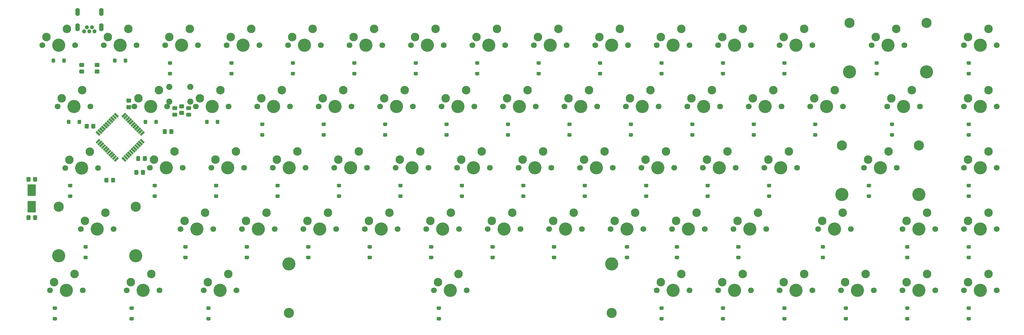
<source format=gbs>
%TF.GenerationSoftware,KiCad,Pcbnew,5.1.6-c6e7f7d~87~ubuntu20.04.1*%
%TF.CreationDate,2020-07-19T17:39:59-07:00*%
%TF.ProjectId,mrkeebstutorial,6d726b65-6562-4737-9475-746f7269616c,rev?*%
%TF.SameCoordinates,Original*%
%TF.FileFunction,Soldermask,Bot*%
%TF.FilePolarity,Negative*%
%FSLAX46Y46*%
G04 Gerber Fmt 4.6, Leading zero omitted, Abs format (unit mm)*
G04 Created by KiCad (PCBNEW 5.1.6-c6e7f7d~87~ubuntu20.04.1) date 2020-07-19 17:39:59*
%MOMM*%
%LPD*%
G01*
G04 APERTURE LIST*
%ADD10C,1.900000*%
%ADD11C,2.640000*%
%ADD12C,1.801800*%
%ADD13C,4.087800*%
%ADD14C,0.100000*%
%ADD15C,3.148000*%
%ADD16R,2.500000X3.600000*%
%ADD17O,1.400000X2.500000*%
%ADD18C,1.300000*%
G04 APERTURE END LIST*
D10*
%TO.C,SWP1*%
X-375250000Y330187500D03*
X-368750000Y334687500D03*
X-375250000Y334687500D03*
X-368750000Y330187500D03*
%TD*%
%TO.C,R5*%
G36*
G01*
X-375268750Y320334238D02*
X-375268750Y321290762D01*
G75*
G02*
X-374997012Y321562500I271738J0D01*
G01*
X-374290488Y321562500D01*
G75*
G02*
X-374018750Y321290762I0J-271738D01*
G01*
X-374018750Y320334238D01*
G75*
G02*
X-374290488Y320062500I-271738J0D01*
G01*
X-374997012Y320062500D01*
G75*
G02*
X-375268750Y320334238I0J271738D01*
G01*
G37*
G36*
G01*
X-377318750Y320334238D02*
X-377318750Y321290762D01*
G75*
G02*
X-377047012Y321562500I271738J0D01*
G01*
X-376340488Y321562500D01*
G75*
G02*
X-376068750Y321290762I0J-271738D01*
G01*
X-376068750Y320334238D01*
G75*
G02*
X-376340488Y320062500I-271738J0D01*
G01*
X-377047012Y320062500D01*
G75*
G02*
X-377318750Y320334238I0J271738D01*
G01*
G37*
%TD*%
%TO.C,R4*%
G36*
G01*
X-397190488Y340918750D02*
X-398147012Y340918750D01*
G75*
G02*
X-398418750Y341190488I0J271738D01*
G01*
X-398418750Y341897012D01*
G75*
G02*
X-398147012Y342168750I271738J0D01*
G01*
X-397190488Y342168750D01*
G75*
G02*
X-396918750Y341897012I0J-271738D01*
G01*
X-396918750Y341190488D01*
G75*
G02*
X-397190488Y340918750I-271738J0D01*
G01*
G37*
G36*
G01*
X-397190488Y338868750D02*
X-398147012Y338868750D01*
G75*
G02*
X-398418750Y339140488I0J271738D01*
G01*
X-398418750Y339847012D01*
G75*
G02*
X-398147012Y340118750I271738J0D01*
G01*
X-397190488Y340118750D01*
G75*
G02*
X-396918750Y339847012I0J-271738D01*
G01*
X-396918750Y339140488D01*
G75*
G02*
X-397190488Y338868750I-271738J0D01*
G01*
G37*
%TD*%
%TO.C,R3*%
G36*
G01*
X-401952988Y340918750D02*
X-402909512Y340918750D01*
G75*
G02*
X-403181250Y341190488I0J271738D01*
G01*
X-403181250Y341897012D01*
G75*
G02*
X-402909512Y342168750I271738J0D01*
G01*
X-401952988Y342168750D01*
G75*
G02*
X-401681250Y341897012I0J-271738D01*
G01*
X-401681250Y341190488D01*
G75*
G02*
X-401952988Y340918750I-271738J0D01*
G01*
G37*
G36*
G01*
X-401952988Y338868750D02*
X-402909512Y338868750D01*
G75*
G02*
X-403181250Y339140488I0J271738D01*
G01*
X-403181250Y339847012D01*
G75*
G02*
X-402909512Y340118750I271738J0D01*
G01*
X-401952988Y340118750D01*
G75*
G02*
X-401681250Y339847012I0J-271738D01*
G01*
X-401681250Y339140488D01*
G75*
G02*
X-401952988Y338868750I-271738J0D01*
G01*
G37*
%TD*%
%TO.C,R2*%
G36*
G01*
X-368802988Y327506250D02*
X-369759512Y327506250D01*
G75*
G02*
X-370031250Y327777988I0J271738D01*
G01*
X-370031250Y328484512D01*
G75*
G02*
X-369759512Y328756250I271738J0D01*
G01*
X-368802988Y328756250D01*
G75*
G02*
X-368531250Y328484512I0J-271738D01*
G01*
X-368531250Y327777988D01*
G75*
G02*
X-368802988Y327506250I-271738J0D01*
G01*
G37*
G36*
G01*
X-368802988Y325456250D02*
X-369759512Y325456250D01*
G75*
G02*
X-370031250Y325727988I0J271738D01*
G01*
X-370031250Y326434512D01*
G75*
G02*
X-369759512Y326706250I271738J0D01*
G01*
X-368802988Y326706250D01*
G75*
G02*
X-368531250Y326434512I0J-271738D01*
G01*
X-368531250Y325727988D01*
G75*
G02*
X-368802988Y325456250I-271738J0D01*
G01*
G37*
%TD*%
%TO.C,R1*%
G36*
G01*
X-374072012Y326706250D02*
X-373115488Y326706250D01*
G75*
G02*
X-372843750Y326434512I0J-271738D01*
G01*
X-372843750Y325727988D01*
G75*
G02*
X-373115488Y325456250I-271738J0D01*
G01*
X-374072012Y325456250D01*
G75*
G02*
X-374343750Y325727988I0J271738D01*
G01*
X-374343750Y326434512D01*
G75*
G02*
X-374072012Y326706250I271738J0D01*
G01*
G37*
G36*
G01*
X-374072012Y328756250D02*
X-373115488Y328756250D01*
G75*
G02*
X-372843750Y328484512I0J-271738D01*
G01*
X-372843750Y327777988D01*
G75*
G02*
X-373115488Y327506250I-271738J0D01*
G01*
X-374072012Y327506250D01*
G75*
G02*
X-374343750Y327777988I0J271738D01*
G01*
X-374343750Y328484512D01*
G75*
G02*
X-374072012Y328756250I271738J0D01*
G01*
G37*
%TD*%
D11*
%TO.C,SW17*%
X-384810000Y331152500D03*
X-378460000Y333692500D03*
D12*
X-375920000Y328612500D03*
X-386080000Y328612500D03*
D13*
X-381000000Y328612500D03*
%TD*%
%TO.C,SW31*%
X-402461250Y309502500D03*
D11*
X-406271250Y312042500D03*
X-399921250Y314582500D03*
D12*
X-407541250Y309502500D03*
X-397381250Y309502500D03*
%TD*%
D14*
%TO.C,U1*%
G36*
X-382870569Y317549542D02*
G01*
X-383330188Y317089923D01*
X-384461559Y318221294D01*
X-384001940Y318680913D01*
X-382870569Y317549542D01*
G37*
G36*
X-383436255Y316983857D02*
G01*
X-383895874Y316524238D01*
X-385027245Y317655609D01*
X-384567626Y318115228D01*
X-383436255Y316983857D01*
G37*
G36*
X-384001940Y316418172D02*
G01*
X-384461559Y315958553D01*
X-385592930Y317089924D01*
X-385133311Y317549543D01*
X-384001940Y316418172D01*
G37*
G36*
X-384567625Y315852486D02*
G01*
X-385027244Y315392867D01*
X-386158615Y316524238D01*
X-385698996Y316983857D01*
X-384567625Y315852486D01*
G37*
G36*
X-385133311Y315286801D02*
G01*
X-385592930Y314827182D01*
X-386724301Y315958553D01*
X-386264682Y316418172D01*
X-385133311Y315286801D01*
G37*
G36*
X-385698996Y314721115D02*
G01*
X-386158615Y314261496D01*
X-387289986Y315392867D01*
X-386830367Y315852486D01*
X-385698996Y314721115D01*
G37*
G36*
X-386264682Y314155430D02*
G01*
X-386724301Y313695811D01*
X-387855672Y314827182D01*
X-387396053Y315286801D01*
X-386264682Y314155430D01*
G37*
G36*
X-386830367Y313589744D02*
G01*
X-387289986Y313130125D01*
X-388421357Y314261496D01*
X-387961738Y314721115D01*
X-386830367Y313589744D01*
G37*
G36*
X-387396053Y313024059D02*
G01*
X-387855672Y312564440D01*
X-388987043Y313695811D01*
X-388527424Y314155430D01*
X-387396053Y313024059D01*
G37*
G36*
X-387961738Y312458374D02*
G01*
X-388421357Y311998755D01*
X-389552728Y313130126D01*
X-389093109Y313589745D01*
X-387961738Y312458374D01*
G37*
G36*
X-388527423Y311892688D02*
G01*
X-388987042Y311433069D01*
X-390118413Y312564440D01*
X-389658794Y313024059D01*
X-388527423Y311892688D01*
G37*
G36*
X-392062958Y311433069D02*
G01*
X-392522577Y311892688D01*
X-391391206Y313024059D01*
X-390931587Y312564440D01*
X-392062958Y311433069D01*
G37*
G36*
X-392628643Y311998755D02*
G01*
X-393088262Y312458374D01*
X-391956891Y313589745D01*
X-391497272Y313130126D01*
X-392628643Y311998755D01*
G37*
G36*
X-393194328Y312564440D02*
G01*
X-393653947Y313024059D01*
X-392522576Y314155430D01*
X-392062957Y313695811D01*
X-393194328Y312564440D01*
G37*
G36*
X-393760014Y313130125D02*
G01*
X-394219633Y313589744D01*
X-393088262Y314721115D01*
X-392628643Y314261496D01*
X-393760014Y313130125D01*
G37*
G36*
X-394325699Y313695811D02*
G01*
X-394785318Y314155430D01*
X-393653947Y315286801D01*
X-393194328Y314827182D01*
X-394325699Y313695811D01*
G37*
G36*
X-394891385Y314261496D02*
G01*
X-395351004Y314721115D01*
X-394219633Y315852486D01*
X-393760014Y315392867D01*
X-394891385Y314261496D01*
G37*
G36*
X-395457070Y314827182D02*
G01*
X-395916689Y315286801D01*
X-394785318Y316418172D01*
X-394325699Y315958553D01*
X-395457070Y314827182D01*
G37*
G36*
X-396022756Y315392867D02*
G01*
X-396482375Y315852486D01*
X-395351004Y316983857D01*
X-394891385Y316524238D01*
X-396022756Y315392867D01*
G37*
G36*
X-396588441Y315958553D02*
G01*
X-397048060Y316418172D01*
X-395916689Y317549543D01*
X-395457070Y317089924D01*
X-396588441Y315958553D01*
G37*
G36*
X-397154126Y316524238D02*
G01*
X-397613745Y316983857D01*
X-396482374Y318115228D01*
X-396022755Y317655609D01*
X-397154126Y316524238D01*
G37*
G36*
X-397719812Y317089923D02*
G01*
X-398179431Y317549542D01*
X-397048060Y318680913D01*
X-396588441Y318221294D01*
X-397719812Y317089923D01*
G37*
G36*
X-396588441Y319953706D02*
G01*
X-397048060Y319494087D01*
X-398179431Y320625458D01*
X-397719812Y321085077D01*
X-396588441Y319953706D01*
G37*
G36*
X-396022755Y320519391D02*
G01*
X-396482374Y320059772D01*
X-397613745Y321191143D01*
X-397154126Y321650762D01*
X-396022755Y320519391D01*
G37*
G36*
X-395457070Y321085076D02*
G01*
X-395916689Y320625457D01*
X-397048060Y321756828D01*
X-396588441Y322216447D01*
X-395457070Y321085076D01*
G37*
G36*
X-394891385Y321650762D02*
G01*
X-395351004Y321191143D01*
X-396482375Y322322514D01*
X-396022756Y322782133D01*
X-394891385Y321650762D01*
G37*
G36*
X-394325699Y322216447D02*
G01*
X-394785318Y321756828D01*
X-395916689Y322888199D01*
X-395457070Y323347818D01*
X-394325699Y322216447D01*
G37*
G36*
X-393760014Y322782133D02*
G01*
X-394219633Y322322514D01*
X-395351004Y323453885D01*
X-394891385Y323913504D01*
X-393760014Y322782133D01*
G37*
G36*
X-393194328Y323347818D02*
G01*
X-393653947Y322888199D01*
X-394785318Y324019570D01*
X-394325699Y324479189D01*
X-393194328Y323347818D01*
G37*
G36*
X-392628643Y323913504D02*
G01*
X-393088262Y323453885D01*
X-394219633Y324585256D01*
X-393760014Y325044875D01*
X-392628643Y323913504D01*
G37*
G36*
X-392062957Y324479189D02*
G01*
X-392522576Y324019570D01*
X-393653947Y325150941D01*
X-393194328Y325610560D01*
X-392062957Y324479189D01*
G37*
G36*
X-391497272Y325044874D02*
G01*
X-391956891Y324585255D01*
X-393088262Y325716626D01*
X-392628643Y326176245D01*
X-391497272Y325044874D01*
G37*
G36*
X-390931587Y325610560D02*
G01*
X-391391206Y325150941D01*
X-392522577Y326282312D01*
X-392062958Y326741931D01*
X-390931587Y325610560D01*
G37*
G36*
X-389658794Y325150941D02*
G01*
X-390118413Y325610560D01*
X-388987042Y326741931D01*
X-388527423Y326282312D01*
X-389658794Y325150941D01*
G37*
G36*
X-389093109Y324585255D02*
G01*
X-389552728Y325044874D01*
X-388421357Y326176245D01*
X-387961738Y325716626D01*
X-389093109Y324585255D01*
G37*
G36*
X-388527424Y324019570D02*
G01*
X-388987043Y324479189D01*
X-387855672Y325610560D01*
X-387396053Y325150941D01*
X-388527424Y324019570D01*
G37*
G36*
X-387961738Y323453885D02*
G01*
X-388421357Y323913504D01*
X-387289986Y325044875D01*
X-386830367Y324585256D01*
X-387961738Y323453885D01*
G37*
G36*
X-387396053Y322888199D02*
G01*
X-387855672Y323347818D01*
X-386724301Y324479189D01*
X-386264682Y324019570D01*
X-387396053Y322888199D01*
G37*
G36*
X-386830367Y322322514D02*
G01*
X-387289986Y322782133D01*
X-386158615Y323913504D01*
X-385698996Y323453885D01*
X-386830367Y322322514D01*
G37*
G36*
X-386264682Y321756828D02*
G01*
X-386724301Y322216447D01*
X-385592930Y323347818D01*
X-385133311Y322888199D01*
X-386264682Y321756828D01*
G37*
G36*
X-385698996Y321191143D02*
G01*
X-386158615Y321650762D01*
X-385027244Y322782133D01*
X-384567625Y322322514D01*
X-385698996Y321191143D01*
G37*
G36*
X-385133311Y320625457D02*
G01*
X-385592930Y321085076D01*
X-384461559Y322216447D01*
X-384001940Y321756828D01*
X-385133311Y320625457D01*
G37*
G36*
X-384567626Y320059772D02*
G01*
X-385027245Y320519391D01*
X-383895874Y321650762D01*
X-383436255Y321191143D01*
X-384567626Y320059772D01*
G37*
G36*
X-384001940Y319494087D02*
G01*
X-384461559Y319953706D01*
X-383330188Y321085077D01*
X-382870569Y320625458D01*
X-384001940Y319494087D01*
G37*
%TD*%
D11*
%TO.C,SW32*%
X-380047500Y312102500D03*
X-373697500Y314642500D03*
D12*
X-371157500Y309562500D03*
X-381317500Y309562500D03*
D13*
X-376237500Y309562500D03*
%TD*%
D11*
%TO.C,SW18*%
X-365760000Y331152500D03*
X-359410000Y333692500D03*
D12*
X-356870000Y328612500D03*
X-367030000Y328612500D03*
D13*
X-361950000Y328612500D03*
%TD*%
D12*
%TO.C,SW16*%
X-399734200Y328613880D03*
X-409894200Y328613880D03*
D11*
X-402274200Y333693880D03*
X-408624200Y331153880D03*
D13*
X-404814200Y328613880D03*
%TD*%
%TO.C,SW45*%
X-385730750Y282257500D03*
X-409606750Y282257500D03*
D15*
X-409606750Y297497500D03*
X-385730750Y297497500D03*
D12*
X-392588750Y290512500D03*
X-402748750Y290512500D03*
D11*
X-395128750Y295592500D03*
X-401478750Y293052500D03*
D13*
X-397668750Y290512500D03*
%TD*%
D11*
%TO.C,SW1*%
X-413385000Y350202500D03*
X-407035000Y352742500D03*
D12*
X-404495000Y347662500D03*
X-414655000Y347662500D03*
D13*
X-409575000Y347662500D03*
%TD*%
D11*
%TO.C,SW2*%
X-394335000Y350202500D03*
X-387985000Y352742500D03*
D12*
X-385445000Y347662500D03*
X-395605000Y347662500D03*
D13*
X-390525000Y347662500D03*
%TD*%
%TO.C,C5*%
G36*
G01*
X-370959238Y326012500D02*
X-371915762Y326012500D01*
G75*
G02*
X-372187500Y326284238I0J271738D01*
G01*
X-372187500Y326990762D01*
G75*
G02*
X-371915762Y327262500I271738J0D01*
G01*
X-370959238Y327262500D01*
G75*
G02*
X-370687500Y326990762I0J-271738D01*
G01*
X-370687500Y326284238D01*
G75*
G02*
X-370959238Y326012500I-271738J0D01*
G01*
G37*
G36*
G01*
X-370959238Y328062500D02*
X-371915762Y328062500D01*
G75*
G02*
X-372187500Y328334238I0J271738D01*
G01*
X-372187500Y329040762D01*
G75*
G02*
X-371915762Y329312500I271738J0D01*
G01*
X-370959238Y329312500D01*
G75*
G02*
X-370687500Y329040762I0J-271738D01*
G01*
X-370687500Y328334238D01*
G75*
G02*
X-370959238Y328062500I-271738J0D01*
G01*
G37*
%TD*%
%TO.C,D20*%
G36*
G01*
X-327046875Y319268750D02*
X-327796875Y319268750D01*
G75*
G02*
X-328071875Y319543750I0J275000D01*
G01*
X-328071875Y320093750D01*
G75*
G02*
X-327796875Y320368750I275000J0D01*
G01*
X-327046875Y320368750D01*
G75*
G02*
X-326771875Y320093750I0J-275000D01*
G01*
X-326771875Y319543750D01*
G75*
G02*
X-327046875Y319268750I-275000J0D01*
G01*
G37*
G36*
G01*
X-327046875Y322568750D02*
X-327796875Y322568750D01*
G75*
G02*
X-328071875Y322843750I0J275000D01*
G01*
X-328071875Y323393750D01*
G75*
G02*
X-327796875Y323668750I275000J0D01*
G01*
X-327046875Y323668750D01*
G75*
G02*
X-326771875Y323393750I0J-275000D01*
G01*
X-326771875Y322843750D01*
G75*
G02*
X-327046875Y322568750I-275000J0D01*
G01*
G37*
%TD*%
%TO.C,D68*%
G36*
G01*
X-127021875Y262118750D02*
X-127771875Y262118750D01*
G75*
G02*
X-128046875Y262393750I0J275000D01*
G01*
X-128046875Y262943750D01*
G75*
G02*
X-127771875Y263218750I275000J0D01*
G01*
X-127021875Y263218750D01*
G75*
G02*
X-126746875Y262943750I0J-275000D01*
G01*
X-126746875Y262393750D01*
G75*
G02*
X-127021875Y262118750I-275000J0D01*
G01*
G37*
G36*
G01*
X-127021875Y265418750D02*
X-127771875Y265418750D01*
G75*
G02*
X-128046875Y265693750I0J275000D01*
G01*
X-128046875Y266243750D01*
G75*
G02*
X-127771875Y266518750I275000J0D01*
G01*
X-127021875Y266518750D01*
G75*
G02*
X-126746875Y266243750I0J-275000D01*
G01*
X-126746875Y265693750D01*
G75*
G02*
X-127021875Y265418750I-275000J0D01*
G01*
G37*
%TD*%
%TO.C,D67*%
G36*
G01*
X-146071875Y262118750D02*
X-146821875Y262118750D01*
G75*
G02*
X-147096875Y262393750I0J275000D01*
G01*
X-147096875Y262943750D01*
G75*
G02*
X-146821875Y263218750I275000J0D01*
G01*
X-146071875Y263218750D01*
G75*
G02*
X-145796875Y262943750I0J-275000D01*
G01*
X-145796875Y262393750D01*
G75*
G02*
X-146071875Y262118750I-275000J0D01*
G01*
G37*
G36*
G01*
X-146071875Y265418750D02*
X-146821875Y265418750D01*
G75*
G02*
X-147096875Y265693750I0J275000D01*
G01*
X-147096875Y266243750D01*
G75*
G02*
X-146821875Y266518750I275000J0D01*
G01*
X-146071875Y266518750D01*
G75*
G02*
X-145796875Y266243750I0J-275000D01*
G01*
X-145796875Y265693750D01*
G75*
G02*
X-146071875Y265418750I-275000J0D01*
G01*
G37*
%TD*%
%TO.C,D66*%
G36*
G01*
X-165121875Y262118750D02*
X-165871875Y262118750D01*
G75*
G02*
X-166146875Y262393750I0J275000D01*
G01*
X-166146875Y262943750D01*
G75*
G02*
X-165871875Y263218750I275000J0D01*
G01*
X-165121875Y263218750D01*
G75*
G02*
X-164846875Y262943750I0J-275000D01*
G01*
X-164846875Y262393750D01*
G75*
G02*
X-165121875Y262118750I-275000J0D01*
G01*
G37*
G36*
G01*
X-165121875Y265418750D02*
X-165871875Y265418750D01*
G75*
G02*
X-166146875Y265693750I0J275000D01*
G01*
X-166146875Y266243750D01*
G75*
G02*
X-165871875Y266518750I275000J0D01*
G01*
X-165121875Y266518750D01*
G75*
G02*
X-164846875Y266243750I0J-275000D01*
G01*
X-164846875Y265693750D01*
G75*
G02*
X-165121875Y265418750I-275000J0D01*
G01*
G37*
%TD*%
%TO.C,D65*%
G36*
G01*
X-184171875Y262118750D02*
X-184921875Y262118750D01*
G75*
G02*
X-185196875Y262393750I0J275000D01*
G01*
X-185196875Y262943750D01*
G75*
G02*
X-184921875Y263218750I275000J0D01*
G01*
X-184171875Y263218750D01*
G75*
G02*
X-183896875Y262943750I0J-275000D01*
G01*
X-183896875Y262393750D01*
G75*
G02*
X-184171875Y262118750I-275000J0D01*
G01*
G37*
G36*
G01*
X-184171875Y265418750D02*
X-184921875Y265418750D01*
G75*
G02*
X-185196875Y265693750I0J275000D01*
G01*
X-185196875Y266243750D01*
G75*
G02*
X-184921875Y266518750I275000J0D01*
G01*
X-184171875Y266518750D01*
G75*
G02*
X-183896875Y266243750I0J-275000D01*
G01*
X-183896875Y265693750D01*
G75*
G02*
X-184171875Y265418750I-275000J0D01*
G01*
G37*
%TD*%
%TO.C,D64*%
G36*
G01*
X-203221875Y262118750D02*
X-203971875Y262118750D01*
G75*
G02*
X-204246875Y262393750I0J275000D01*
G01*
X-204246875Y262943750D01*
G75*
G02*
X-203971875Y263218750I275000J0D01*
G01*
X-203221875Y263218750D01*
G75*
G02*
X-202946875Y262943750I0J-275000D01*
G01*
X-202946875Y262393750D01*
G75*
G02*
X-203221875Y262118750I-275000J0D01*
G01*
G37*
G36*
G01*
X-203221875Y265418750D02*
X-203971875Y265418750D01*
G75*
G02*
X-204246875Y265693750I0J275000D01*
G01*
X-204246875Y266243750D01*
G75*
G02*
X-203971875Y266518750I275000J0D01*
G01*
X-203221875Y266518750D01*
G75*
G02*
X-202946875Y266243750I0J-275000D01*
G01*
X-202946875Y265693750D01*
G75*
G02*
X-203221875Y265418750I-275000J0D01*
G01*
G37*
%TD*%
%TO.C,D63*%
G36*
G01*
X-222271875Y262118750D02*
X-223021875Y262118750D01*
G75*
G02*
X-223296875Y262393750I0J275000D01*
G01*
X-223296875Y262943750D01*
G75*
G02*
X-223021875Y263218750I275000J0D01*
G01*
X-222271875Y263218750D01*
G75*
G02*
X-221996875Y262943750I0J-275000D01*
G01*
X-221996875Y262393750D01*
G75*
G02*
X-222271875Y262118750I-275000J0D01*
G01*
G37*
G36*
G01*
X-222271875Y265418750D02*
X-223021875Y265418750D01*
G75*
G02*
X-223296875Y265693750I0J275000D01*
G01*
X-223296875Y266243750D01*
G75*
G02*
X-223021875Y266518750I275000J0D01*
G01*
X-222271875Y266518750D01*
G75*
G02*
X-221996875Y266243750I0J-275000D01*
G01*
X-221996875Y265693750D01*
G75*
G02*
X-222271875Y265418750I-275000J0D01*
G01*
G37*
%TD*%
%TO.C,D62*%
G36*
G01*
X-291328125Y262118750D02*
X-292078125Y262118750D01*
G75*
G02*
X-292353125Y262393750I0J275000D01*
G01*
X-292353125Y262943750D01*
G75*
G02*
X-292078125Y263218750I275000J0D01*
G01*
X-291328125Y263218750D01*
G75*
G02*
X-291053125Y262943750I0J-275000D01*
G01*
X-291053125Y262393750D01*
G75*
G02*
X-291328125Y262118750I-275000J0D01*
G01*
G37*
G36*
G01*
X-291328125Y265418750D02*
X-292078125Y265418750D01*
G75*
G02*
X-292353125Y265693750I0J275000D01*
G01*
X-292353125Y266243750D01*
G75*
G02*
X-292078125Y266518750I275000J0D01*
G01*
X-291328125Y266518750D01*
G75*
G02*
X-291053125Y266243750I0J-275000D01*
G01*
X-291053125Y265693750D01*
G75*
G02*
X-291328125Y265418750I-275000J0D01*
G01*
G37*
%TD*%
%TO.C,D61*%
G36*
G01*
X-362765625Y262118750D02*
X-363515625Y262118750D01*
G75*
G02*
X-363790625Y262393750I0J275000D01*
G01*
X-363790625Y262943750D01*
G75*
G02*
X-363515625Y263218750I275000J0D01*
G01*
X-362765625Y263218750D01*
G75*
G02*
X-362490625Y262943750I0J-275000D01*
G01*
X-362490625Y262393750D01*
G75*
G02*
X-362765625Y262118750I-275000J0D01*
G01*
G37*
G36*
G01*
X-362765625Y265418750D02*
X-363515625Y265418750D01*
G75*
G02*
X-363790625Y265693750I0J275000D01*
G01*
X-363790625Y266243750D01*
G75*
G02*
X-363515625Y266518750I275000J0D01*
G01*
X-362765625Y266518750D01*
G75*
G02*
X-362490625Y266243750I0J-275000D01*
G01*
X-362490625Y265693750D01*
G75*
G02*
X-362765625Y265418750I-275000J0D01*
G01*
G37*
%TD*%
%TO.C,D60*%
G36*
G01*
X-386578125Y262118750D02*
X-387328125Y262118750D01*
G75*
G02*
X-387603125Y262393750I0J275000D01*
G01*
X-387603125Y262943750D01*
G75*
G02*
X-387328125Y263218750I275000J0D01*
G01*
X-386578125Y263218750D01*
G75*
G02*
X-386303125Y262943750I0J-275000D01*
G01*
X-386303125Y262393750D01*
G75*
G02*
X-386578125Y262118750I-275000J0D01*
G01*
G37*
G36*
G01*
X-386578125Y265418750D02*
X-387328125Y265418750D01*
G75*
G02*
X-387603125Y265693750I0J275000D01*
G01*
X-387603125Y266243750D01*
G75*
G02*
X-387328125Y266518750I275000J0D01*
G01*
X-386578125Y266518750D01*
G75*
G02*
X-386303125Y266243750I0J-275000D01*
G01*
X-386303125Y265693750D01*
G75*
G02*
X-386578125Y265418750I-275000J0D01*
G01*
G37*
%TD*%
%TO.C,D59*%
G36*
G01*
X-410390625Y262118750D02*
X-411140625Y262118750D01*
G75*
G02*
X-411415625Y262393750I0J275000D01*
G01*
X-411415625Y262943750D01*
G75*
G02*
X-411140625Y263218750I275000J0D01*
G01*
X-410390625Y263218750D01*
G75*
G02*
X-410115625Y262943750I0J-275000D01*
G01*
X-410115625Y262393750D01*
G75*
G02*
X-410390625Y262118750I-275000J0D01*
G01*
G37*
G36*
G01*
X-410390625Y265418750D02*
X-411140625Y265418750D01*
G75*
G02*
X-411415625Y265693750I0J275000D01*
G01*
X-411415625Y266243750D01*
G75*
G02*
X-411140625Y266518750I275000J0D01*
G01*
X-410390625Y266518750D01*
G75*
G02*
X-410115625Y266243750I0J-275000D01*
G01*
X-410115625Y265693750D01*
G75*
G02*
X-410390625Y265418750I-275000J0D01*
G01*
G37*
%TD*%
%TO.C,D58*%
G36*
G01*
X-127021875Y281168750D02*
X-127771875Y281168750D01*
G75*
G02*
X-128046875Y281443750I0J275000D01*
G01*
X-128046875Y281993750D01*
G75*
G02*
X-127771875Y282268750I275000J0D01*
G01*
X-127021875Y282268750D01*
G75*
G02*
X-126746875Y281993750I0J-275000D01*
G01*
X-126746875Y281443750D01*
G75*
G02*
X-127021875Y281168750I-275000J0D01*
G01*
G37*
G36*
G01*
X-127021875Y284468750D02*
X-127771875Y284468750D01*
G75*
G02*
X-128046875Y284743750I0J275000D01*
G01*
X-128046875Y285293750D01*
G75*
G02*
X-127771875Y285568750I275000J0D01*
G01*
X-127021875Y285568750D01*
G75*
G02*
X-126746875Y285293750I0J-275000D01*
G01*
X-126746875Y284743750D01*
G75*
G02*
X-127021875Y284468750I-275000J0D01*
G01*
G37*
%TD*%
%TO.C,D57*%
G36*
G01*
X-146071875Y281168750D02*
X-146821875Y281168750D01*
G75*
G02*
X-147096875Y281443750I0J275000D01*
G01*
X-147096875Y281993750D01*
G75*
G02*
X-146821875Y282268750I275000J0D01*
G01*
X-146071875Y282268750D01*
G75*
G02*
X-145796875Y281993750I0J-275000D01*
G01*
X-145796875Y281443750D01*
G75*
G02*
X-146071875Y281168750I-275000J0D01*
G01*
G37*
G36*
G01*
X-146071875Y284468750D02*
X-146821875Y284468750D01*
G75*
G02*
X-147096875Y284743750I0J275000D01*
G01*
X-147096875Y285293750D01*
G75*
G02*
X-146821875Y285568750I275000J0D01*
G01*
X-146071875Y285568750D01*
G75*
G02*
X-145796875Y285293750I0J-275000D01*
G01*
X-145796875Y284743750D01*
G75*
G02*
X-146071875Y284468750I-275000J0D01*
G01*
G37*
%TD*%
%TO.C,D56*%
G36*
G01*
X-172265625Y281168750D02*
X-173015625Y281168750D01*
G75*
G02*
X-173290625Y281443750I0J275000D01*
G01*
X-173290625Y281993750D01*
G75*
G02*
X-173015625Y282268750I275000J0D01*
G01*
X-172265625Y282268750D01*
G75*
G02*
X-171990625Y281993750I0J-275000D01*
G01*
X-171990625Y281443750D01*
G75*
G02*
X-172265625Y281168750I-275000J0D01*
G01*
G37*
G36*
G01*
X-172265625Y284468750D02*
X-173015625Y284468750D01*
G75*
G02*
X-173290625Y284743750I0J275000D01*
G01*
X-173290625Y285293750D01*
G75*
G02*
X-173015625Y285568750I275000J0D01*
G01*
X-172265625Y285568750D01*
G75*
G02*
X-171990625Y285293750I0J-275000D01*
G01*
X-171990625Y284743750D01*
G75*
G02*
X-172265625Y284468750I-275000J0D01*
G01*
G37*
%TD*%
%TO.C,D55*%
G36*
G01*
X-198459375Y281168750D02*
X-199209375Y281168750D01*
G75*
G02*
X-199484375Y281443750I0J275000D01*
G01*
X-199484375Y281993750D01*
G75*
G02*
X-199209375Y282268750I275000J0D01*
G01*
X-198459375Y282268750D01*
G75*
G02*
X-198184375Y281993750I0J-275000D01*
G01*
X-198184375Y281443750D01*
G75*
G02*
X-198459375Y281168750I-275000J0D01*
G01*
G37*
G36*
G01*
X-198459375Y284468750D02*
X-199209375Y284468750D01*
G75*
G02*
X-199484375Y284743750I0J275000D01*
G01*
X-199484375Y285293750D01*
G75*
G02*
X-199209375Y285568750I275000J0D01*
G01*
X-198459375Y285568750D01*
G75*
G02*
X-198184375Y285293750I0J-275000D01*
G01*
X-198184375Y284743750D01*
G75*
G02*
X-198459375Y284468750I-275000J0D01*
G01*
G37*
%TD*%
%TO.C,D54*%
G36*
G01*
X-217509375Y281168750D02*
X-218259375Y281168750D01*
G75*
G02*
X-218534375Y281443750I0J275000D01*
G01*
X-218534375Y281993750D01*
G75*
G02*
X-218259375Y282268750I275000J0D01*
G01*
X-217509375Y282268750D01*
G75*
G02*
X-217234375Y281993750I0J-275000D01*
G01*
X-217234375Y281443750D01*
G75*
G02*
X-217509375Y281168750I-275000J0D01*
G01*
G37*
G36*
G01*
X-217509375Y284468750D02*
X-218259375Y284468750D01*
G75*
G02*
X-218534375Y284743750I0J275000D01*
G01*
X-218534375Y285293750D01*
G75*
G02*
X-218259375Y285568750I275000J0D01*
G01*
X-217509375Y285568750D01*
G75*
G02*
X-217234375Y285293750I0J-275000D01*
G01*
X-217234375Y284743750D01*
G75*
G02*
X-217509375Y284468750I-275000J0D01*
G01*
G37*
%TD*%
%TO.C,D53*%
G36*
G01*
X-232987500Y281168750D02*
X-233737500Y281168750D01*
G75*
G02*
X-234012500Y281443750I0J275000D01*
G01*
X-234012500Y281993750D01*
G75*
G02*
X-233737500Y282268750I275000J0D01*
G01*
X-232987500Y282268750D01*
G75*
G02*
X-232712500Y281993750I0J-275000D01*
G01*
X-232712500Y281443750D01*
G75*
G02*
X-232987500Y281168750I-275000J0D01*
G01*
G37*
G36*
G01*
X-232987500Y284468750D02*
X-233737500Y284468750D01*
G75*
G02*
X-234012500Y284743750I0J275000D01*
G01*
X-234012500Y285293750D01*
G75*
G02*
X-233737500Y285568750I275000J0D01*
G01*
X-232987500Y285568750D01*
G75*
G02*
X-232712500Y285293750I0J-275000D01*
G01*
X-232712500Y284743750D01*
G75*
G02*
X-232987500Y284468750I-275000J0D01*
G01*
G37*
%TD*%
%TO.C,D52*%
G36*
G01*
X-255609375Y281168750D02*
X-256359375Y281168750D01*
G75*
G02*
X-256634375Y281443750I0J275000D01*
G01*
X-256634375Y281993750D01*
G75*
G02*
X-256359375Y282268750I275000J0D01*
G01*
X-255609375Y282268750D01*
G75*
G02*
X-255334375Y281993750I0J-275000D01*
G01*
X-255334375Y281443750D01*
G75*
G02*
X-255609375Y281168750I-275000J0D01*
G01*
G37*
G36*
G01*
X-255609375Y284468750D02*
X-256359375Y284468750D01*
G75*
G02*
X-256634375Y284743750I0J275000D01*
G01*
X-256634375Y285293750D01*
G75*
G02*
X-256359375Y285568750I275000J0D01*
G01*
X-255609375Y285568750D01*
G75*
G02*
X-255334375Y285293750I0J-275000D01*
G01*
X-255334375Y284743750D01*
G75*
G02*
X-255609375Y284468750I-275000J0D01*
G01*
G37*
%TD*%
%TO.C,D51*%
G36*
G01*
X-274659375Y281168750D02*
X-275409375Y281168750D01*
G75*
G02*
X-275684375Y281443750I0J275000D01*
G01*
X-275684375Y281993750D01*
G75*
G02*
X-275409375Y282268750I275000J0D01*
G01*
X-274659375Y282268750D01*
G75*
G02*
X-274384375Y281993750I0J-275000D01*
G01*
X-274384375Y281443750D01*
G75*
G02*
X-274659375Y281168750I-275000J0D01*
G01*
G37*
G36*
G01*
X-274659375Y284468750D02*
X-275409375Y284468750D01*
G75*
G02*
X-275684375Y284743750I0J275000D01*
G01*
X-275684375Y285293750D01*
G75*
G02*
X-275409375Y285568750I275000J0D01*
G01*
X-274659375Y285568750D01*
G75*
G02*
X-274384375Y285293750I0J-275000D01*
G01*
X-274384375Y284743750D01*
G75*
G02*
X-274659375Y284468750I-275000J0D01*
G01*
G37*
%TD*%
%TO.C,D50*%
G36*
G01*
X-293709375Y281168750D02*
X-294459375Y281168750D01*
G75*
G02*
X-294734375Y281443750I0J275000D01*
G01*
X-294734375Y281993750D01*
G75*
G02*
X-294459375Y282268750I275000J0D01*
G01*
X-293709375Y282268750D01*
G75*
G02*
X-293434375Y281993750I0J-275000D01*
G01*
X-293434375Y281443750D01*
G75*
G02*
X-293709375Y281168750I-275000J0D01*
G01*
G37*
G36*
G01*
X-293709375Y284468750D02*
X-294459375Y284468750D01*
G75*
G02*
X-294734375Y284743750I0J275000D01*
G01*
X-294734375Y285293750D01*
G75*
G02*
X-294459375Y285568750I275000J0D01*
G01*
X-293709375Y285568750D01*
G75*
G02*
X-293434375Y285293750I0J-275000D01*
G01*
X-293434375Y284743750D01*
G75*
G02*
X-293709375Y284468750I-275000J0D01*
G01*
G37*
%TD*%
%TO.C,D49*%
G36*
G01*
X-312759375Y281168750D02*
X-313509375Y281168750D01*
G75*
G02*
X-313784375Y281443750I0J275000D01*
G01*
X-313784375Y281993750D01*
G75*
G02*
X-313509375Y282268750I275000J0D01*
G01*
X-312759375Y282268750D01*
G75*
G02*
X-312484375Y281993750I0J-275000D01*
G01*
X-312484375Y281443750D01*
G75*
G02*
X-312759375Y281168750I-275000J0D01*
G01*
G37*
G36*
G01*
X-312759375Y284468750D02*
X-313509375Y284468750D01*
G75*
G02*
X-313784375Y284743750I0J275000D01*
G01*
X-313784375Y285293750D01*
G75*
G02*
X-313509375Y285568750I275000J0D01*
G01*
X-312759375Y285568750D01*
G75*
G02*
X-312484375Y285293750I0J-275000D01*
G01*
X-312484375Y284743750D01*
G75*
G02*
X-312759375Y284468750I-275000J0D01*
G01*
G37*
%TD*%
%TO.C,D48*%
G36*
G01*
X-331809375Y281168750D02*
X-332559375Y281168750D01*
G75*
G02*
X-332834375Y281443750I0J275000D01*
G01*
X-332834375Y281993750D01*
G75*
G02*
X-332559375Y282268750I275000J0D01*
G01*
X-331809375Y282268750D01*
G75*
G02*
X-331534375Y281993750I0J-275000D01*
G01*
X-331534375Y281443750D01*
G75*
G02*
X-331809375Y281168750I-275000J0D01*
G01*
G37*
G36*
G01*
X-331809375Y284468750D02*
X-332559375Y284468750D01*
G75*
G02*
X-332834375Y284743750I0J275000D01*
G01*
X-332834375Y285293750D01*
G75*
G02*
X-332559375Y285568750I275000J0D01*
G01*
X-331809375Y285568750D01*
G75*
G02*
X-331534375Y285293750I0J-275000D01*
G01*
X-331534375Y284743750D01*
G75*
G02*
X-331809375Y284468750I-275000J0D01*
G01*
G37*
%TD*%
%TO.C,D47*%
G36*
G01*
X-350859375Y281168750D02*
X-351609375Y281168750D01*
G75*
G02*
X-351884375Y281443750I0J275000D01*
G01*
X-351884375Y281993750D01*
G75*
G02*
X-351609375Y282268750I275000J0D01*
G01*
X-350859375Y282268750D01*
G75*
G02*
X-350584375Y281993750I0J-275000D01*
G01*
X-350584375Y281443750D01*
G75*
G02*
X-350859375Y281168750I-275000J0D01*
G01*
G37*
G36*
G01*
X-350859375Y284468750D02*
X-351609375Y284468750D01*
G75*
G02*
X-351884375Y284743750I0J275000D01*
G01*
X-351884375Y285293750D01*
G75*
G02*
X-351609375Y285568750I275000J0D01*
G01*
X-350859375Y285568750D01*
G75*
G02*
X-350584375Y285293750I0J-275000D01*
G01*
X-350584375Y284743750D01*
G75*
G02*
X-350859375Y284468750I-275000J0D01*
G01*
G37*
%TD*%
%TO.C,D46*%
G36*
G01*
X-369909375Y281168750D02*
X-370659375Y281168750D01*
G75*
G02*
X-370934375Y281443750I0J275000D01*
G01*
X-370934375Y281993750D01*
G75*
G02*
X-370659375Y282268750I275000J0D01*
G01*
X-369909375Y282268750D01*
G75*
G02*
X-369634375Y281993750I0J-275000D01*
G01*
X-369634375Y281443750D01*
G75*
G02*
X-369909375Y281168750I-275000J0D01*
G01*
G37*
G36*
G01*
X-369909375Y284468750D02*
X-370659375Y284468750D01*
G75*
G02*
X-370934375Y284743750I0J275000D01*
G01*
X-370934375Y285293750D01*
G75*
G02*
X-370659375Y285568750I275000J0D01*
G01*
X-369909375Y285568750D01*
G75*
G02*
X-369634375Y285293750I0J-275000D01*
G01*
X-369634375Y284743750D01*
G75*
G02*
X-369909375Y284468750I-275000J0D01*
G01*
G37*
%TD*%
%TO.C,D45*%
G36*
G01*
X-400865625Y281168750D02*
X-401615625Y281168750D01*
G75*
G02*
X-401890625Y281443750I0J275000D01*
G01*
X-401890625Y281993750D01*
G75*
G02*
X-401615625Y282268750I275000J0D01*
G01*
X-400865625Y282268750D01*
G75*
G02*
X-400590625Y281993750I0J-275000D01*
G01*
X-400590625Y281443750D01*
G75*
G02*
X-400865625Y281168750I-275000J0D01*
G01*
G37*
G36*
G01*
X-400865625Y284468750D02*
X-401615625Y284468750D01*
G75*
G02*
X-401890625Y284743750I0J275000D01*
G01*
X-401890625Y285293750D01*
G75*
G02*
X-401615625Y285568750I275000J0D01*
G01*
X-400865625Y285568750D01*
G75*
G02*
X-400590625Y285293750I0J-275000D01*
G01*
X-400590625Y284743750D01*
G75*
G02*
X-400865625Y284468750I-275000J0D01*
G01*
G37*
%TD*%
%TO.C,D44*%
G36*
G01*
X-127021875Y300218750D02*
X-127771875Y300218750D01*
G75*
G02*
X-128046875Y300493750I0J275000D01*
G01*
X-128046875Y301043750D01*
G75*
G02*
X-127771875Y301318750I275000J0D01*
G01*
X-127021875Y301318750D01*
G75*
G02*
X-126746875Y301043750I0J-275000D01*
G01*
X-126746875Y300493750D01*
G75*
G02*
X-127021875Y300218750I-275000J0D01*
G01*
G37*
G36*
G01*
X-127021875Y303518750D02*
X-127771875Y303518750D01*
G75*
G02*
X-128046875Y303793750I0J275000D01*
G01*
X-128046875Y304343750D01*
G75*
G02*
X-127771875Y304618750I275000J0D01*
G01*
X-127021875Y304618750D01*
G75*
G02*
X-126746875Y304343750I0J-275000D01*
G01*
X-126746875Y303793750D01*
G75*
G02*
X-127021875Y303518750I-275000J0D01*
G01*
G37*
%TD*%
%TO.C,D43*%
G36*
G01*
X-157978125Y300218750D02*
X-158728125Y300218750D01*
G75*
G02*
X-159003125Y300493750I0J275000D01*
G01*
X-159003125Y301043750D01*
G75*
G02*
X-158728125Y301318750I275000J0D01*
G01*
X-157978125Y301318750D01*
G75*
G02*
X-157703125Y301043750I0J-275000D01*
G01*
X-157703125Y300493750D01*
G75*
G02*
X-157978125Y300218750I-275000J0D01*
G01*
G37*
G36*
G01*
X-157978125Y303518750D02*
X-158728125Y303518750D01*
G75*
G02*
X-159003125Y303793750I0J275000D01*
G01*
X-159003125Y304343750D01*
G75*
G02*
X-158728125Y304618750I275000J0D01*
G01*
X-157978125Y304618750D01*
G75*
G02*
X-157703125Y304343750I0J-275000D01*
G01*
X-157703125Y303793750D01*
G75*
G02*
X-157978125Y303518750I-275000J0D01*
G01*
G37*
%TD*%
%TO.C,D42*%
G36*
G01*
X-188934375Y300218750D02*
X-189684375Y300218750D01*
G75*
G02*
X-189959375Y300493750I0J275000D01*
G01*
X-189959375Y301043750D01*
G75*
G02*
X-189684375Y301318750I275000J0D01*
G01*
X-188934375Y301318750D01*
G75*
G02*
X-188659375Y301043750I0J-275000D01*
G01*
X-188659375Y300493750D01*
G75*
G02*
X-188934375Y300218750I-275000J0D01*
G01*
G37*
G36*
G01*
X-188934375Y303518750D02*
X-189684375Y303518750D01*
G75*
G02*
X-189959375Y303793750I0J275000D01*
G01*
X-189959375Y304343750D01*
G75*
G02*
X-189684375Y304618750I275000J0D01*
G01*
X-188934375Y304618750D01*
G75*
G02*
X-188659375Y304343750I0J-275000D01*
G01*
X-188659375Y303793750D01*
G75*
G02*
X-188934375Y303518750I-275000J0D01*
G01*
G37*
%TD*%
%TO.C,D41*%
G36*
G01*
X-207984375Y300218750D02*
X-208734375Y300218750D01*
G75*
G02*
X-209009375Y300493750I0J275000D01*
G01*
X-209009375Y301043750D01*
G75*
G02*
X-208734375Y301318750I275000J0D01*
G01*
X-207984375Y301318750D01*
G75*
G02*
X-207709375Y301043750I0J-275000D01*
G01*
X-207709375Y300493750D01*
G75*
G02*
X-207984375Y300218750I-275000J0D01*
G01*
G37*
G36*
G01*
X-207984375Y303518750D02*
X-208734375Y303518750D01*
G75*
G02*
X-209009375Y303793750I0J275000D01*
G01*
X-209009375Y304343750D01*
G75*
G02*
X-208734375Y304618750I275000J0D01*
G01*
X-207984375Y304618750D01*
G75*
G02*
X-207709375Y304343750I0J-275000D01*
G01*
X-207709375Y303793750D01*
G75*
G02*
X-207984375Y303518750I-275000J0D01*
G01*
G37*
%TD*%
%TO.C,D40*%
G36*
G01*
X-227034375Y300218750D02*
X-227784375Y300218750D01*
G75*
G02*
X-228059375Y300493750I0J275000D01*
G01*
X-228059375Y301043750D01*
G75*
G02*
X-227784375Y301318750I275000J0D01*
G01*
X-227034375Y301318750D01*
G75*
G02*
X-226759375Y301043750I0J-275000D01*
G01*
X-226759375Y300493750D01*
G75*
G02*
X-227034375Y300218750I-275000J0D01*
G01*
G37*
G36*
G01*
X-227034375Y303518750D02*
X-227784375Y303518750D01*
G75*
G02*
X-228059375Y303793750I0J275000D01*
G01*
X-228059375Y304343750D01*
G75*
G02*
X-227784375Y304618750I275000J0D01*
G01*
X-227034375Y304618750D01*
G75*
G02*
X-226759375Y304343750I0J-275000D01*
G01*
X-226759375Y303793750D01*
G75*
G02*
X-227034375Y303518750I-275000J0D01*
G01*
G37*
%TD*%
%TO.C,D39*%
G36*
G01*
X-246084375Y300218750D02*
X-246834375Y300218750D01*
G75*
G02*
X-247109375Y300493750I0J275000D01*
G01*
X-247109375Y301043750D01*
G75*
G02*
X-246834375Y301318750I275000J0D01*
G01*
X-246084375Y301318750D01*
G75*
G02*
X-245809375Y301043750I0J-275000D01*
G01*
X-245809375Y300493750D01*
G75*
G02*
X-246084375Y300218750I-275000J0D01*
G01*
G37*
G36*
G01*
X-246084375Y303518750D02*
X-246834375Y303518750D01*
G75*
G02*
X-247109375Y303793750I0J275000D01*
G01*
X-247109375Y304343750D01*
G75*
G02*
X-246834375Y304618750I275000J0D01*
G01*
X-246084375Y304618750D01*
G75*
G02*
X-245809375Y304343750I0J-275000D01*
G01*
X-245809375Y303793750D01*
G75*
G02*
X-246084375Y303518750I-275000J0D01*
G01*
G37*
%TD*%
%TO.C,D38*%
G36*
G01*
X-265134375Y300218750D02*
X-265884375Y300218750D01*
G75*
G02*
X-266159375Y300493750I0J275000D01*
G01*
X-266159375Y301043750D01*
G75*
G02*
X-265884375Y301318750I275000J0D01*
G01*
X-265134375Y301318750D01*
G75*
G02*
X-264859375Y301043750I0J-275000D01*
G01*
X-264859375Y300493750D01*
G75*
G02*
X-265134375Y300218750I-275000J0D01*
G01*
G37*
G36*
G01*
X-265134375Y303518750D02*
X-265884375Y303518750D01*
G75*
G02*
X-266159375Y303793750I0J275000D01*
G01*
X-266159375Y304343750D01*
G75*
G02*
X-265884375Y304618750I275000J0D01*
G01*
X-265134375Y304618750D01*
G75*
G02*
X-264859375Y304343750I0J-275000D01*
G01*
X-264859375Y303793750D01*
G75*
G02*
X-265134375Y303518750I-275000J0D01*
G01*
G37*
%TD*%
%TO.C,D37*%
G36*
G01*
X-284184375Y300218750D02*
X-284934375Y300218750D01*
G75*
G02*
X-285209375Y300493750I0J275000D01*
G01*
X-285209375Y301043750D01*
G75*
G02*
X-284934375Y301318750I275000J0D01*
G01*
X-284184375Y301318750D01*
G75*
G02*
X-283909375Y301043750I0J-275000D01*
G01*
X-283909375Y300493750D01*
G75*
G02*
X-284184375Y300218750I-275000J0D01*
G01*
G37*
G36*
G01*
X-284184375Y303518750D02*
X-284934375Y303518750D01*
G75*
G02*
X-285209375Y303793750I0J275000D01*
G01*
X-285209375Y304343750D01*
G75*
G02*
X-284934375Y304618750I275000J0D01*
G01*
X-284184375Y304618750D01*
G75*
G02*
X-283909375Y304343750I0J-275000D01*
G01*
X-283909375Y303793750D01*
G75*
G02*
X-284184375Y303518750I-275000J0D01*
G01*
G37*
%TD*%
%TO.C,D36*%
G36*
G01*
X-303234375Y300218750D02*
X-303984375Y300218750D01*
G75*
G02*
X-304259375Y300493750I0J275000D01*
G01*
X-304259375Y301043750D01*
G75*
G02*
X-303984375Y301318750I275000J0D01*
G01*
X-303234375Y301318750D01*
G75*
G02*
X-302959375Y301043750I0J-275000D01*
G01*
X-302959375Y300493750D01*
G75*
G02*
X-303234375Y300218750I-275000J0D01*
G01*
G37*
G36*
G01*
X-303234375Y303518750D02*
X-303984375Y303518750D01*
G75*
G02*
X-304259375Y303793750I0J275000D01*
G01*
X-304259375Y304343750D01*
G75*
G02*
X-303984375Y304618750I275000J0D01*
G01*
X-303234375Y304618750D01*
G75*
G02*
X-302959375Y304343750I0J-275000D01*
G01*
X-302959375Y303793750D01*
G75*
G02*
X-303234375Y303518750I-275000J0D01*
G01*
G37*
%TD*%
%TO.C,D35*%
G36*
G01*
X-322284375Y300218750D02*
X-323034375Y300218750D01*
G75*
G02*
X-323309375Y300493750I0J275000D01*
G01*
X-323309375Y301043750D01*
G75*
G02*
X-323034375Y301318750I275000J0D01*
G01*
X-322284375Y301318750D01*
G75*
G02*
X-322009375Y301043750I0J-275000D01*
G01*
X-322009375Y300493750D01*
G75*
G02*
X-322284375Y300218750I-275000J0D01*
G01*
G37*
G36*
G01*
X-322284375Y303518750D02*
X-323034375Y303518750D01*
G75*
G02*
X-323309375Y303793750I0J275000D01*
G01*
X-323309375Y304343750D01*
G75*
G02*
X-323034375Y304618750I275000J0D01*
G01*
X-322284375Y304618750D01*
G75*
G02*
X-322009375Y304343750I0J-275000D01*
G01*
X-322009375Y303793750D01*
G75*
G02*
X-322284375Y303518750I-275000J0D01*
G01*
G37*
%TD*%
%TO.C,D34*%
G36*
G01*
X-341334375Y300218750D02*
X-342084375Y300218750D01*
G75*
G02*
X-342359375Y300493750I0J275000D01*
G01*
X-342359375Y301043750D01*
G75*
G02*
X-342084375Y301318750I275000J0D01*
G01*
X-341334375Y301318750D01*
G75*
G02*
X-341059375Y301043750I0J-275000D01*
G01*
X-341059375Y300493750D01*
G75*
G02*
X-341334375Y300218750I-275000J0D01*
G01*
G37*
G36*
G01*
X-341334375Y303518750D02*
X-342084375Y303518750D01*
G75*
G02*
X-342359375Y303793750I0J275000D01*
G01*
X-342359375Y304343750D01*
G75*
G02*
X-342084375Y304618750I275000J0D01*
G01*
X-341334375Y304618750D01*
G75*
G02*
X-341059375Y304343750I0J-275000D01*
G01*
X-341059375Y303793750D01*
G75*
G02*
X-341334375Y303518750I-275000J0D01*
G01*
G37*
%TD*%
%TO.C,D33*%
G36*
G01*
X-360384375Y300218750D02*
X-361134375Y300218750D01*
G75*
G02*
X-361409375Y300493750I0J275000D01*
G01*
X-361409375Y301043750D01*
G75*
G02*
X-361134375Y301318750I275000J0D01*
G01*
X-360384375Y301318750D01*
G75*
G02*
X-360109375Y301043750I0J-275000D01*
G01*
X-360109375Y300493750D01*
G75*
G02*
X-360384375Y300218750I-275000J0D01*
G01*
G37*
G36*
G01*
X-360384375Y303518750D02*
X-361134375Y303518750D01*
G75*
G02*
X-361409375Y303793750I0J275000D01*
G01*
X-361409375Y304343750D01*
G75*
G02*
X-361134375Y304618750I275000J0D01*
G01*
X-360384375Y304618750D01*
G75*
G02*
X-360109375Y304343750I0J-275000D01*
G01*
X-360109375Y303793750D01*
G75*
G02*
X-360384375Y303518750I-275000J0D01*
G01*
G37*
%TD*%
%TO.C,D32*%
G36*
G01*
X-379434375Y300218750D02*
X-380184375Y300218750D01*
G75*
G02*
X-380459375Y300493750I0J275000D01*
G01*
X-380459375Y301043750D01*
G75*
G02*
X-380184375Y301318750I275000J0D01*
G01*
X-379434375Y301318750D01*
G75*
G02*
X-379159375Y301043750I0J-275000D01*
G01*
X-379159375Y300493750D01*
G75*
G02*
X-379434375Y300218750I-275000J0D01*
G01*
G37*
G36*
G01*
X-379434375Y303518750D02*
X-380184375Y303518750D01*
G75*
G02*
X-380459375Y303793750I0J275000D01*
G01*
X-380459375Y304343750D01*
G75*
G02*
X-380184375Y304618750I275000J0D01*
G01*
X-379434375Y304618750D01*
G75*
G02*
X-379159375Y304343750I0J-275000D01*
G01*
X-379159375Y303793750D01*
G75*
G02*
X-379434375Y303518750I-275000J0D01*
G01*
G37*
%TD*%
%TO.C,D31*%
G36*
G01*
X-405628125Y300218750D02*
X-406378125Y300218750D01*
G75*
G02*
X-406653125Y300493750I0J275000D01*
G01*
X-406653125Y301043750D01*
G75*
G02*
X-406378125Y301318750I275000J0D01*
G01*
X-405628125Y301318750D01*
G75*
G02*
X-405353125Y301043750I0J-275000D01*
G01*
X-405353125Y300493750D01*
G75*
G02*
X-405628125Y300218750I-275000J0D01*
G01*
G37*
G36*
G01*
X-405628125Y303518750D02*
X-406378125Y303518750D01*
G75*
G02*
X-406653125Y303793750I0J275000D01*
G01*
X-406653125Y304343750D01*
G75*
G02*
X-406378125Y304618750I275000J0D01*
G01*
X-405628125Y304618750D01*
G75*
G02*
X-405353125Y304343750I0J-275000D01*
G01*
X-405353125Y303793750D01*
G75*
G02*
X-405628125Y303518750I-275000J0D01*
G01*
G37*
%TD*%
%TO.C,D30*%
G36*
G01*
X-127021875Y319268750D02*
X-127771875Y319268750D01*
G75*
G02*
X-128046875Y319543750I0J275000D01*
G01*
X-128046875Y320093750D01*
G75*
G02*
X-127771875Y320368750I275000J0D01*
G01*
X-127021875Y320368750D01*
G75*
G02*
X-126746875Y320093750I0J-275000D01*
G01*
X-126746875Y319543750D01*
G75*
G02*
X-127021875Y319268750I-275000J0D01*
G01*
G37*
G36*
G01*
X-127021875Y322568750D02*
X-127771875Y322568750D01*
G75*
G02*
X-128046875Y322843750I0J275000D01*
G01*
X-128046875Y323393750D01*
G75*
G02*
X-127771875Y323668750I275000J0D01*
G01*
X-127021875Y323668750D01*
G75*
G02*
X-126746875Y323393750I0J-275000D01*
G01*
X-126746875Y322843750D01*
G75*
G02*
X-127021875Y322568750I-275000J0D01*
G01*
G37*
%TD*%
%TO.C,D29*%
G36*
G01*
X-150834375Y319268750D02*
X-151584375Y319268750D01*
G75*
G02*
X-151859375Y319543750I0J275000D01*
G01*
X-151859375Y320093750D01*
G75*
G02*
X-151584375Y320368750I275000J0D01*
G01*
X-150834375Y320368750D01*
G75*
G02*
X-150559375Y320093750I0J-275000D01*
G01*
X-150559375Y319543750D01*
G75*
G02*
X-150834375Y319268750I-275000J0D01*
G01*
G37*
G36*
G01*
X-150834375Y322568750D02*
X-151584375Y322568750D01*
G75*
G02*
X-151859375Y322843750I0J275000D01*
G01*
X-151859375Y323393750D01*
G75*
G02*
X-151584375Y323668750I275000J0D01*
G01*
X-150834375Y323668750D01*
G75*
G02*
X-150559375Y323393750I0J-275000D01*
G01*
X-150559375Y322843750D01*
G75*
G02*
X-150834375Y322568750I-275000J0D01*
G01*
G37*
%TD*%
%TO.C,D28*%
G36*
G01*
X-174646875Y319268750D02*
X-175396875Y319268750D01*
G75*
G02*
X-175671875Y319543750I0J275000D01*
G01*
X-175671875Y320093750D01*
G75*
G02*
X-175396875Y320368750I275000J0D01*
G01*
X-174646875Y320368750D01*
G75*
G02*
X-174371875Y320093750I0J-275000D01*
G01*
X-174371875Y319543750D01*
G75*
G02*
X-174646875Y319268750I-275000J0D01*
G01*
G37*
G36*
G01*
X-174646875Y322568750D02*
X-175396875Y322568750D01*
G75*
G02*
X-175671875Y322843750I0J275000D01*
G01*
X-175671875Y323393750D01*
G75*
G02*
X-175396875Y323668750I275000J0D01*
G01*
X-174646875Y323668750D01*
G75*
G02*
X-174371875Y323393750I0J-275000D01*
G01*
X-174371875Y322843750D01*
G75*
G02*
X-174646875Y322568750I-275000J0D01*
G01*
G37*
%TD*%
%TO.C,D27*%
G36*
G01*
X-193696875Y319268750D02*
X-194446875Y319268750D01*
G75*
G02*
X-194721875Y319543750I0J275000D01*
G01*
X-194721875Y320093750D01*
G75*
G02*
X-194446875Y320368750I275000J0D01*
G01*
X-193696875Y320368750D01*
G75*
G02*
X-193421875Y320093750I0J-275000D01*
G01*
X-193421875Y319543750D01*
G75*
G02*
X-193696875Y319268750I-275000J0D01*
G01*
G37*
G36*
G01*
X-193696875Y322568750D02*
X-194446875Y322568750D01*
G75*
G02*
X-194721875Y322843750I0J275000D01*
G01*
X-194721875Y323393750D01*
G75*
G02*
X-194446875Y323668750I275000J0D01*
G01*
X-193696875Y323668750D01*
G75*
G02*
X-193421875Y323393750I0J-275000D01*
G01*
X-193421875Y322843750D01*
G75*
G02*
X-193696875Y322568750I-275000J0D01*
G01*
G37*
%TD*%
%TO.C,D26*%
G36*
G01*
X-212746875Y319268750D02*
X-213496875Y319268750D01*
G75*
G02*
X-213771875Y319543750I0J275000D01*
G01*
X-213771875Y320093750D01*
G75*
G02*
X-213496875Y320368750I275000J0D01*
G01*
X-212746875Y320368750D01*
G75*
G02*
X-212471875Y320093750I0J-275000D01*
G01*
X-212471875Y319543750D01*
G75*
G02*
X-212746875Y319268750I-275000J0D01*
G01*
G37*
G36*
G01*
X-212746875Y322568750D02*
X-213496875Y322568750D01*
G75*
G02*
X-213771875Y322843750I0J275000D01*
G01*
X-213771875Y323393750D01*
G75*
G02*
X-213496875Y323668750I275000J0D01*
G01*
X-212746875Y323668750D01*
G75*
G02*
X-212471875Y323393750I0J-275000D01*
G01*
X-212471875Y322843750D01*
G75*
G02*
X-212746875Y322568750I-275000J0D01*
G01*
G37*
%TD*%
%TO.C,D25*%
G36*
G01*
X-231796875Y319268750D02*
X-232546875Y319268750D01*
G75*
G02*
X-232821875Y319543750I0J275000D01*
G01*
X-232821875Y320093750D01*
G75*
G02*
X-232546875Y320368750I275000J0D01*
G01*
X-231796875Y320368750D01*
G75*
G02*
X-231521875Y320093750I0J-275000D01*
G01*
X-231521875Y319543750D01*
G75*
G02*
X-231796875Y319268750I-275000J0D01*
G01*
G37*
G36*
G01*
X-231796875Y322568750D02*
X-232546875Y322568750D01*
G75*
G02*
X-232821875Y322843750I0J275000D01*
G01*
X-232821875Y323393750D01*
G75*
G02*
X-232546875Y323668750I275000J0D01*
G01*
X-231796875Y323668750D01*
G75*
G02*
X-231521875Y323393750I0J-275000D01*
G01*
X-231521875Y322843750D01*
G75*
G02*
X-231796875Y322568750I-275000J0D01*
G01*
G37*
%TD*%
%TO.C,D24*%
G36*
G01*
X-250846875Y319268750D02*
X-251596875Y319268750D01*
G75*
G02*
X-251871875Y319543750I0J275000D01*
G01*
X-251871875Y320093750D01*
G75*
G02*
X-251596875Y320368750I275000J0D01*
G01*
X-250846875Y320368750D01*
G75*
G02*
X-250571875Y320093750I0J-275000D01*
G01*
X-250571875Y319543750D01*
G75*
G02*
X-250846875Y319268750I-275000J0D01*
G01*
G37*
G36*
G01*
X-250846875Y322568750D02*
X-251596875Y322568750D01*
G75*
G02*
X-251871875Y322843750I0J275000D01*
G01*
X-251871875Y323393750D01*
G75*
G02*
X-251596875Y323668750I275000J0D01*
G01*
X-250846875Y323668750D01*
G75*
G02*
X-250571875Y323393750I0J-275000D01*
G01*
X-250571875Y322843750D01*
G75*
G02*
X-250846875Y322568750I-275000J0D01*
G01*
G37*
%TD*%
%TO.C,D23*%
G36*
G01*
X-269896875Y319268750D02*
X-270646875Y319268750D01*
G75*
G02*
X-270921875Y319543750I0J275000D01*
G01*
X-270921875Y320093750D01*
G75*
G02*
X-270646875Y320368750I275000J0D01*
G01*
X-269896875Y320368750D01*
G75*
G02*
X-269621875Y320093750I0J-275000D01*
G01*
X-269621875Y319543750D01*
G75*
G02*
X-269896875Y319268750I-275000J0D01*
G01*
G37*
G36*
G01*
X-269896875Y322568750D02*
X-270646875Y322568750D01*
G75*
G02*
X-270921875Y322843750I0J275000D01*
G01*
X-270921875Y323393750D01*
G75*
G02*
X-270646875Y323668750I275000J0D01*
G01*
X-269896875Y323668750D01*
G75*
G02*
X-269621875Y323393750I0J-275000D01*
G01*
X-269621875Y322843750D01*
G75*
G02*
X-269896875Y322568750I-275000J0D01*
G01*
G37*
%TD*%
%TO.C,D22*%
G36*
G01*
X-288946875Y319268750D02*
X-289696875Y319268750D01*
G75*
G02*
X-289971875Y319543750I0J275000D01*
G01*
X-289971875Y320093750D01*
G75*
G02*
X-289696875Y320368750I275000J0D01*
G01*
X-288946875Y320368750D01*
G75*
G02*
X-288671875Y320093750I0J-275000D01*
G01*
X-288671875Y319543750D01*
G75*
G02*
X-288946875Y319268750I-275000J0D01*
G01*
G37*
G36*
G01*
X-288946875Y322568750D02*
X-289696875Y322568750D01*
G75*
G02*
X-289971875Y322843750I0J275000D01*
G01*
X-289971875Y323393750D01*
G75*
G02*
X-289696875Y323668750I275000J0D01*
G01*
X-288946875Y323668750D01*
G75*
G02*
X-288671875Y323393750I0J-275000D01*
G01*
X-288671875Y322843750D01*
G75*
G02*
X-288946875Y322568750I-275000J0D01*
G01*
G37*
%TD*%
%TO.C,D21*%
G36*
G01*
X-307996875Y319268750D02*
X-308746875Y319268750D01*
G75*
G02*
X-309021875Y319543750I0J275000D01*
G01*
X-309021875Y320093750D01*
G75*
G02*
X-308746875Y320368750I275000J0D01*
G01*
X-307996875Y320368750D01*
G75*
G02*
X-307721875Y320093750I0J-275000D01*
G01*
X-307721875Y319543750D01*
G75*
G02*
X-307996875Y319268750I-275000J0D01*
G01*
G37*
G36*
G01*
X-307996875Y322568750D02*
X-308746875Y322568750D01*
G75*
G02*
X-309021875Y322843750I0J275000D01*
G01*
X-309021875Y323393750D01*
G75*
G02*
X-308746875Y323668750I275000J0D01*
G01*
X-307996875Y323668750D01*
G75*
G02*
X-307721875Y323393750I0J-275000D01*
G01*
X-307721875Y322843750D01*
G75*
G02*
X-307996875Y322568750I-275000J0D01*
G01*
G37*
%TD*%
%TO.C,D19*%
G36*
G01*
X-346096875Y319268750D02*
X-346846875Y319268750D01*
G75*
G02*
X-347121875Y319543750I0J275000D01*
G01*
X-347121875Y320093750D01*
G75*
G02*
X-346846875Y320368750I275000J0D01*
G01*
X-346096875Y320368750D01*
G75*
G02*
X-345821875Y320093750I0J-275000D01*
G01*
X-345821875Y319543750D01*
G75*
G02*
X-346096875Y319268750I-275000J0D01*
G01*
G37*
G36*
G01*
X-346096875Y322568750D02*
X-346846875Y322568750D01*
G75*
G02*
X-347121875Y322843750I0J275000D01*
G01*
X-347121875Y323393750D01*
G75*
G02*
X-346846875Y323668750I275000J0D01*
G01*
X-346096875Y323668750D01*
G75*
G02*
X-345821875Y323393750I0J-275000D01*
G01*
X-345821875Y322843750D01*
G75*
G02*
X-346096875Y322568750I-275000J0D01*
G01*
G37*
%TD*%
%TO.C,D18*%
G36*
G01*
X-359750000Y324225000D02*
X-359750000Y323475000D01*
G75*
G02*
X-360025000Y323200000I-275000J0D01*
G01*
X-360575000Y323200000D01*
G75*
G02*
X-360850000Y323475000I0J275000D01*
G01*
X-360850000Y324225000D01*
G75*
G02*
X-360575000Y324500000I275000J0D01*
G01*
X-360025000Y324500000D01*
G75*
G02*
X-359750000Y324225000I0J-275000D01*
G01*
G37*
G36*
G01*
X-363050000Y324225000D02*
X-363050000Y323475000D01*
G75*
G02*
X-363325000Y323200000I-275000J0D01*
G01*
X-363875000Y323200000D01*
G75*
G02*
X-364150000Y323475000I0J275000D01*
G01*
X-364150000Y324225000D01*
G75*
G02*
X-363875000Y324500000I275000J0D01*
G01*
X-363325000Y324500000D01*
G75*
G02*
X-363050000Y324225000I0J-275000D01*
G01*
G37*
%TD*%
%TO.C,D17*%
G36*
G01*
X-378800000Y324225000D02*
X-378800000Y323475000D01*
G75*
G02*
X-379075000Y323200000I-275000J0D01*
G01*
X-379625000Y323200000D01*
G75*
G02*
X-379900000Y323475000I0J275000D01*
G01*
X-379900000Y324225000D01*
G75*
G02*
X-379625000Y324500000I275000J0D01*
G01*
X-379075000Y324500000D01*
G75*
G02*
X-378800000Y324225000I0J-275000D01*
G01*
G37*
G36*
G01*
X-382100000Y324225000D02*
X-382100000Y323475000D01*
G75*
G02*
X-382375000Y323200000I-275000J0D01*
G01*
X-382925000Y323200000D01*
G75*
G02*
X-383200000Y323475000I0J275000D01*
G01*
X-383200000Y324225000D01*
G75*
G02*
X-382925000Y324500000I275000J0D01*
G01*
X-382375000Y324500000D01*
G75*
G02*
X-382100000Y324225000I0J-275000D01*
G01*
G37*
%TD*%
%TO.C,D16*%
G36*
G01*
X-402612500Y324225000D02*
X-402612500Y323475000D01*
G75*
G02*
X-402887500Y323200000I-275000J0D01*
G01*
X-403437500Y323200000D01*
G75*
G02*
X-403712500Y323475000I0J275000D01*
G01*
X-403712500Y324225000D01*
G75*
G02*
X-403437500Y324500000I275000J0D01*
G01*
X-402887500Y324500000D01*
G75*
G02*
X-402612500Y324225000I0J-275000D01*
G01*
G37*
G36*
G01*
X-405912500Y324225000D02*
X-405912500Y323475000D01*
G75*
G02*
X-406187500Y323200000I-275000J0D01*
G01*
X-406737500Y323200000D01*
G75*
G02*
X-407012500Y323475000I0J275000D01*
G01*
X-407012500Y324225000D01*
G75*
G02*
X-406737500Y324500000I275000J0D01*
G01*
X-406187500Y324500000D01*
G75*
G02*
X-405912500Y324225000I0J-275000D01*
G01*
G37*
%TD*%
%TO.C,D15*%
G36*
G01*
X-127021875Y338318750D02*
X-127771875Y338318750D01*
G75*
G02*
X-128046875Y338593750I0J275000D01*
G01*
X-128046875Y339143750D01*
G75*
G02*
X-127771875Y339418750I275000J0D01*
G01*
X-127021875Y339418750D01*
G75*
G02*
X-126746875Y339143750I0J-275000D01*
G01*
X-126746875Y338593750D01*
G75*
G02*
X-127021875Y338318750I-275000J0D01*
G01*
G37*
G36*
G01*
X-127021875Y341618750D02*
X-127771875Y341618750D01*
G75*
G02*
X-128046875Y341893750I0J275000D01*
G01*
X-128046875Y342443750D01*
G75*
G02*
X-127771875Y342718750I275000J0D01*
G01*
X-127021875Y342718750D01*
G75*
G02*
X-126746875Y342443750I0J-275000D01*
G01*
X-126746875Y341893750D01*
G75*
G02*
X-127021875Y341618750I-275000J0D01*
G01*
G37*
%TD*%
%TO.C,D14*%
G36*
G01*
X-155596875Y338318750D02*
X-156346875Y338318750D01*
G75*
G02*
X-156621875Y338593750I0J275000D01*
G01*
X-156621875Y339143750D01*
G75*
G02*
X-156346875Y339418750I275000J0D01*
G01*
X-155596875Y339418750D01*
G75*
G02*
X-155321875Y339143750I0J-275000D01*
G01*
X-155321875Y338593750D01*
G75*
G02*
X-155596875Y338318750I-275000J0D01*
G01*
G37*
G36*
G01*
X-155596875Y341618750D02*
X-156346875Y341618750D01*
G75*
G02*
X-156621875Y341893750I0J275000D01*
G01*
X-156621875Y342443750D01*
G75*
G02*
X-156346875Y342718750I275000J0D01*
G01*
X-155596875Y342718750D01*
G75*
G02*
X-155321875Y342443750I0J-275000D01*
G01*
X-155321875Y341893750D01*
G75*
G02*
X-155596875Y341618750I-275000J0D01*
G01*
G37*
%TD*%
%TO.C,D13*%
G36*
G01*
X-184171875Y338318750D02*
X-184921875Y338318750D01*
G75*
G02*
X-185196875Y338593750I0J275000D01*
G01*
X-185196875Y339143750D01*
G75*
G02*
X-184921875Y339418750I275000J0D01*
G01*
X-184171875Y339418750D01*
G75*
G02*
X-183896875Y339143750I0J-275000D01*
G01*
X-183896875Y338593750D01*
G75*
G02*
X-184171875Y338318750I-275000J0D01*
G01*
G37*
G36*
G01*
X-184171875Y341618750D02*
X-184921875Y341618750D01*
G75*
G02*
X-185196875Y341893750I0J275000D01*
G01*
X-185196875Y342443750D01*
G75*
G02*
X-184921875Y342718750I275000J0D01*
G01*
X-184171875Y342718750D01*
G75*
G02*
X-183896875Y342443750I0J-275000D01*
G01*
X-183896875Y341893750D01*
G75*
G02*
X-184171875Y341618750I-275000J0D01*
G01*
G37*
%TD*%
%TO.C,D12*%
G36*
G01*
X-203221875Y338318750D02*
X-203971875Y338318750D01*
G75*
G02*
X-204246875Y338593750I0J275000D01*
G01*
X-204246875Y339143750D01*
G75*
G02*
X-203971875Y339418750I275000J0D01*
G01*
X-203221875Y339418750D01*
G75*
G02*
X-202946875Y339143750I0J-275000D01*
G01*
X-202946875Y338593750D01*
G75*
G02*
X-203221875Y338318750I-275000J0D01*
G01*
G37*
G36*
G01*
X-203221875Y341618750D02*
X-203971875Y341618750D01*
G75*
G02*
X-204246875Y341893750I0J275000D01*
G01*
X-204246875Y342443750D01*
G75*
G02*
X-203971875Y342718750I275000J0D01*
G01*
X-203221875Y342718750D01*
G75*
G02*
X-202946875Y342443750I0J-275000D01*
G01*
X-202946875Y341893750D01*
G75*
G02*
X-203221875Y341618750I-275000J0D01*
G01*
G37*
%TD*%
%TO.C,D11*%
G36*
G01*
X-222271875Y338318750D02*
X-223021875Y338318750D01*
G75*
G02*
X-223296875Y338593750I0J275000D01*
G01*
X-223296875Y339143750D01*
G75*
G02*
X-223021875Y339418750I275000J0D01*
G01*
X-222271875Y339418750D01*
G75*
G02*
X-221996875Y339143750I0J-275000D01*
G01*
X-221996875Y338593750D01*
G75*
G02*
X-222271875Y338318750I-275000J0D01*
G01*
G37*
G36*
G01*
X-222271875Y341618750D02*
X-223021875Y341618750D01*
G75*
G02*
X-223296875Y341893750I0J275000D01*
G01*
X-223296875Y342443750D01*
G75*
G02*
X-223021875Y342718750I275000J0D01*
G01*
X-222271875Y342718750D01*
G75*
G02*
X-221996875Y342443750I0J-275000D01*
G01*
X-221996875Y341893750D01*
G75*
G02*
X-222271875Y341618750I-275000J0D01*
G01*
G37*
%TD*%
%TO.C,D10*%
G36*
G01*
X-241321875Y338318750D02*
X-242071875Y338318750D01*
G75*
G02*
X-242346875Y338593750I0J275000D01*
G01*
X-242346875Y339143750D01*
G75*
G02*
X-242071875Y339418750I275000J0D01*
G01*
X-241321875Y339418750D01*
G75*
G02*
X-241046875Y339143750I0J-275000D01*
G01*
X-241046875Y338593750D01*
G75*
G02*
X-241321875Y338318750I-275000J0D01*
G01*
G37*
G36*
G01*
X-241321875Y341618750D02*
X-242071875Y341618750D01*
G75*
G02*
X-242346875Y341893750I0J275000D01*
G01*
X-242346875Y342443750D01*
G75*
G02*
X-242071875Y342718750I275000J0D01*
G01*
X-241321875Y342718750D01*
G75*
G02*
X-241046875Y342443750I0J-275000D01*
G01*
X-241046875Y341893750D01*
G75*
G02*
X-241321875Y341618750I-275000J0D01*
G01*
G37*
%TD*%
%TO.C,D9*%
G36*
G01*
X-260371875Y338318750D02*
X-261121875Y338318750D01*
G75*
G02*
X-261396875Y338593750I0J275000D01*
G01*
X-261396875Y339143750D01*
G75*
G02*
X-261121875Y339418750I275000J0D01*
G01*
X-260371875Y339418750D01*
G75*
G02*
X-260096875Y339143750I0J-275000D01*
G01*
X-260096875Y338593750D01*
G75*
G02*
X-260371875Y338318750I-275000J0D01*
G01*
G37*
G36*
G01*
X-260371875Y341618750D02*
X-261121875Y341618750D01*
G75*
G02*
X-261396875Y341893750I0J275000D01*
G01*
X-261396875Y342443750D01*
G75*
G02*
X-261121875Y342718750I275000J0D01*
G01*
X-260371875Y342718750D01*
G75*
G02*
X-260096875Y342443750I0J-275000D01*
G01*
X-260096875Y341893750D01*
G75*
G02*
X-260371875Y341618750I-275000J0D01*
G01*
G37*
%TD*%
%TO.C,D8*%
G36*
G01*
X-279421875Y338318750D02*
X-280171875Y338318750D01*
G75*
G02*
X-280446875Y338593750I0J275000D01*
G01*
X-280446875Y339143750D01*
G75*
G02*
X-280171875Y339418750I275000J0D01*
G01*
X-279421875Y339418750D01*
G75*
G02*
X-279146875Y339143750I0J-275000D01*
G01*
X-279146875Y338593750D01*
G75*
G02*
X-279421875Y338318750I-275000J0D01*
G01*
G37*
G36*
G01*
X-279421875Y341618750D02*
X-280171875Y341618750D01*
G75*
G02*
X-280446875Y341893750I0J275000D01*
G01*
X-280446875Y342443750D01*
G75*
G02*
X-280171875Y342718750I275000J0D01*
G01*
X-279421875Y342718750D01*
G75*
G02*
X-279146875Y342443750I0J-275000D01*
G01*
X-279146875Y341893750D01*
G75*
G02*
X-279421875Y341618750I-275000J0D01*
G01*
G37*
%TD*%
%TO.C,D7*%
G36*
G01*
X-298471875Y338318750D02*
X-299221875Y338318750D01*
G75*
G02*
X-299496875Y338593750I0J275000D01*
G01*
X-299496875Y339143750D01*
G75*
G02*
X-299221875Y339418750I275000J0D01*
G01*
X-298471875Y339418750D01*
G75*
G02*
X-298196875Y339143750I0J-275000D01*
G01*
X-298196875Y338593750D01*
G75*
G02*
X-298471875Y338318750I-275000J0D01*
G01*
G37*
G36*
G01*
X-298471875Y341618750D02*
X-299221875Y341618750D01*
G75*
G02*
X-299496875Y341893750I0J275000D01*
G01*
X-299496875Y342443750D01*
G75*
G02*
X-299221875Y342718750I275000J0D01*
G01*
X-298471875Y342718750D01*
G75*
G02*
X-298196875Y342443750I0J-275000D01*
G01*
X-298196875Y341893750D01*
G75*
G02*
X-298471875Y341618750I-275000J0D01*
G01*
G37*
%TD*%
%TO.C,D6*%
G36*
G01*
X-317521875Y338318750D02*
X-318271875Y338318750D01*
G75*
G02*
X-318546875Y338593750I0J275000D01*
G01*
X-318546875Y339143750D01*
G75*
G02*
X-318271875Y339418750I275000J0D01*
G01*
X-317521875Y339418750D01*
G75*
G02*
X-317246875Y339143750I0J-275000D01*
G01*
X-317246875Y338593750D01*
G75*
G02*
X-317521875Y338318750I-275000J0D01*
G01*
G37*
G36*
G01*
X-317521875Y341618750D02*
X-318271875Y341618750D01*
G75*
G02*
X-318546875Y341893750I0J275000D01*
G01*
X-318546875Y342443750D01*
G75*
G02*
X-318271875Y342718750I275000J0D01*
G01*
X-317521875Y342718750D01*
G75*
G02*
X-317246875Y342443750I0J-275000D01*
G01*
X-317246875Y341893750D01*
G75*
G02*
X-317521875Y341618750I-275000J0D01*
G01*
G37*
%TD*%
%TO.C,D5*%
G36*
G01*
X-336571875Y338318750D02*
X-337321875Y338318750D01*
G75*
G02*
X-337596875Y338593750I0J275000D01*
G01*
X-337596875Y339143750D01*
G75*
G02*
X-337321875Y339418750I275000J0D01*
G01*
X-336571875Y339418750D01*
G75*
G02*
X-336296875Y339143750I0J-275000D01*
G01*
X-336296875Y338593750D01*
G75*
G02*
X-336571875Y338318750I-275000J0D01*
G01*
G37*
G36*
G01*
X-336571875Y341618750D02*
X-337321875Y341618750D01*
G75*
G02*
X-337596875Y341893750I0J275000D01*
G01*
X-337596875Y342443750D01*
G75*
G02*
X-337321875Y342718750I275000J0D01*
G01*
X-336571875Y342718750D01*
G75*
G02*
X-336296875Y342443750I0J-275000D01*
G01*
X-336296875Y341893750D01*
G75*
G02*
X-336571875Y341618750I-275000J0D01*
G01*
G37*
%TD*%
%TO.C,D4*%
G36*
G01*
X-355621875Y338318750D02*
X-356371875Y338318750D01*
G75*
G02*
X-356646875Y338593750I0J275000D01*
G01*
X-356646875Y339143750D01*
G75*
G02*
X-356371875Y339418750I275000J0D01*
G01*
X-355621875Y339418750D01*
G75*
G02*
X-355346875Y339143750I0J-275000D01*
G01*
X-355346875Y338593750D01*
G75*
G02*
X-355621875Y338318750I-275000J0D01*
G01*
G37*
G36*
G01*
X-355621875Y341618750D02*
X-356371875Y341618750D01*
G75*
G02*
X-356646875Y341893750I0J275000D01*
G01*
X-356646875Y342443750D01*
G75*
G02*
X-356371875Y342718750I275000J0D01*
G01*
X-355621875Y342718750D01*
G75*
G02*
X-355346875Y342443750I0J-275000D01*
G01*
X-355346875Y341893750D01*
G75*
G02*
X-355621875Y341618750I-275000J0D01*
G01*
G37*
%TD*%
%TO.C,D3*%
G36*
G01*
X-374671875Y338318750D02*
X-375421875Y338318750D01*
G75*
G02*
X-375696875Y338593750I0J275000D01*
G01*
X-375696875Y339143750D01*
G75*
G02*
X-375421875Y339418750I275000J0D01*
G01*
X-374671875Y339418750D01*
G75*
G02*
X-374396875Y339143750I0J-275000D01*
G01*
X-374396875Y338593750D01*
G75*
G02*
X-374671875Y338318750I-275000J0D01*
G01*
G37*
G36*
G01*
X-374671875Y341618750D02*
X-375421875Y341618750D01*
G75*
G02*
X-375696875Y341893750I0J275000D01*
G01*
X-375696875Y342443750D01*
G75*
G02*
X-375421875Y342718750I275000J0D01*
G01*
X-374671875Y342718750D01*
G75*
G02*
X-374396875Y342443750I0J-275000D01*
G01*
X-374396875Y341893750D01*
G75*
G02*
X-374671875Y341618750I-275000J0D01*
G01*
G37*
%TD*%
%TO.C,D2*%
G36*
G01*
X-388325000Y343275000D02*
X-388325000Y342525000D01*
G75*
G02*
X-388600000Y342250000I-275000J0D01*
G01*
X-389150000Y342250000D01*
G75*
G02*
X-389425000Y342525000I0J275000D01*
G01*
X-389425000Y343275000D01*
G75*
G02*
X-389150000Y343550000I275000J0D01*
G01*
X-388600000Y343550000D01*
G75*
G02*
X-388325000Y343275000I0J-275000D01*
G01*
G37*
G36*
G01*
X-391625000Y343275000D02*
X-391625000Y342525000D01*
G75*
G02*
X-391900000Y342250000I-275000J0D01*
G01*
X-392450000Y342250000D01*
G75*
G02*
X-392725000Y342525000I0J275000D01*
G01*
X-392725000Y343275000D01*
G75*
G02*
X-392450000Y343550000I275000J0D01*
G01*
X-391900000Y343550000D01*
G75*
G02*
X-391625000Y343275000I0J-275000D01*
G01*
G37*
%TD*%
%TO.C,D1*%
G36*
G01*
X-407375000Y343275000D02*
X-407375000Y342525000D01*
G75*
G02*
X-407650000Y342250000I-275000J0D01*
G01*
X-408200000Y342250000D01*
G75*
G02*
X-408475000Y342525000I0J275000D01*
G01*
X-408475000Y343275000D01*
G75*
G02*
X-408200000Y343550000I275000J0D01*
G01*
X-407650000Y343550000D01*
G75*
G02*
X-407375000Y343275000I0J-275000D01*
G01*
G37*
G36*
G01*
X-410675000Y343275000D02*
X-410675000Y342525000D01*
G75*
G02*
X-410950000Y342250000I-275000J0D01*
G01*
X-411500000Y342250000D01*
G75*
G02*
X-411775000Y342525000I0J275000D01*
G01*
X-411775000Y343275000D01*
G75*
G02*
X-411500000Y343550000I275000J0D01*
G01*
X-410950000Y343550000D01*
G75*
G02*
X-410675000Y343275000I0J-275000D01*
G01*
G37*
%TD*%
D12*
%TO.C,SW29*%
X-142557500Y328612500D03*
X-152717500Y328612500D03*
D11*
X-145097500Y333692500D03*
X-151447500Y331152500D03*
D13*
X-147637500Y328612500D03*
%TD*%
D11*
%TO.C,SW68*%
X-127635000Y274002500D03*
X-121285000Y276542500D03*
D12*
X-118745000Y271462500D03*
X-128905000Y271462500D03*
D13*
X-123825000Y271462500D03*
%TD*%
D11*
%TO.C,SW67*%
X-146685000Y274002500D03*
X-140335000Y276542500D03*
D12*
X-137795000Y271462500D03*
X-147955000Y271462500D03*
D13*
X-142875000Y271462500D03*
%TD*%
D11*
%TO.C,SW66*%
X-165735000Y274002500D03*
X-159385000Y276542500D03*
D12*
X-156845000Y271462500D03*
X-167005000Y271462500D03*
D13*
X-161925000Y271462500D03*
%TD*%
D11*
%TO.C,SW65*%
X-184785000Y274002500D03*
X-178435000Y276542500D03*
D12*
X-175895000Y271462500D03*
X-186055000Y271462500D03*
D13*
X-180975000Y271462500D03*
%TD*%
D11*
%TO.C,SW64*%
X-203835000Y274002500D03*
X-197485000Y276542500D03*
D12*
X-194945000Y271462500D03*
X-205105000Y271462500D03*
D13*
X-200025000Y271462500D03*
%TD*%
D11*
%TO.C,SW63*%
X-222885000Y274002500D03*
X-216535000Y276542500D03*
D12*
X-213995000Y271462500D03*
X-224155000Y271462500D03*
D13*
X-219075000Y271462500D03*
%TD*%
%TO.C,SW62*%
X-238093250Y279717500D03*
X-338169250Y279717500D03*
D15*
X-338169250Y264477500D03*
X-238093250Y264477500D03*
D12*
X-283051250Y271462500D03*
X-293211250Y271462500D03*
D11*
X-285591250Y276542500D03*
X-291941250Y274002500D03*
D13*
X-288131250Y271462500D03*
%TD*%
D12*
%TO.C,SW61*%
X-354488750Y271462500D03*
X-364648750Y271462500D03*
D11*
X-357028750Y276542500D03*
X-363378750Y274002500D03*
D13*
X-359568750Y271462500D03*
%TD*%
D12*
%TO.C,SW60*%
X-378301250Y271462500D03*
X-388461250Y271462500D03*
D11*
X-380841250Y276542500D03*
X-387191250Y274002500D03*
D13*
X-383381250Y271462500D03*
%TD*%
D12*
%TO.C,SW59*%
X-402113750Y271462500D03*
X-412273750Y271462500D03*
D11*
X-404653750Y276542500D03*
X-411003750Y274002500D03*
D13*
X-407193750Y271462500D03*
%TD*%
D11*
%TO.C,SW58*%
X-127635000Y293052500D03*
X-121285000Y295592500D03*
D12*
X-118745000Y290512500D03*
X-128905000Y290512500D03*
D13*
X-123825000Y290512500D03*
%TD*%
D11*
%TO.C,SW57*%
X-146685000Y293052500D03*
X-140335000Y295592500D03*
D12*
X-137795000Y290512500D03*
X-147955000Y290512500D03*
D13*
X-142875000Y290512500D03*
%TD*%
D12*
%TO.C,SW56*%
X-163988750Y290512500D03*
X-174148750Y290512500D03*
D11*
X-166528750Y295592500D03*
X-172878750Y293052500D03*
D13*
X-169068750Y290512500D03*
%TD*%
D11*
%TO.C,SW55*%
X-199072500Y293052500D03*
X-192722500Y295592500D03*
D12*
X-190182500Y290512500D03*
X-200342500Y290512500D03*
D13*
X-195262500Y290512500D03*
%TD*%
D11*
%TO.C,SW54*%
X-218122500Y293052500D03*
X-211772500Y295592500D03*
D12*
X-209232500Y290512500D03*
X-219392500Y290512500D03*
D13*
X-214312500Y290512500D03*
%TD*%
D11*
%TO.C,SW53*%
X-237172500Y293052500D03*
X-230822500Y295592500D03*
D12*
X-228282500Y290512500D03*
X-238442500Y290512500D03*
D13*
X-233362500Y290512500D03*
%TD*%
D11*
%TO.C,SW52*%
X-256222500Y293052500D03*
X-249872500Y295592500D03*
D12*
X-247332500Y290512500D03*
X-257492500Y290512500D03*
D13*
X-252412500Y290512500D03*
%TD*%
D11*
%TO.C,SW51*%
X-275272500Y293052500D03*
X-268922500Y295592500D03*
D12*
X-266382500Y290512500D03*
X-276542500Y290512500D03*
D13*
X-271462500Y290512500D03*
%TD*%
D11*
%TO.C,SW50*%
X-294322500Y293052500D03*
X-287972500Y295592500D03*
D12*
X-285432500Y290512500D03*
X-295592500Y290512500D03*
D13*
X-290512500Y290512500D03*
%TD*%
D11*
%TO.C,SW49*%
X-313372500Y293052500D03*
X-307022500Y295592500D03*
D12*
X-304482500Y290512500D03*
X-314642500Y290512500D03*
D13*
X-309562500Y290512500D03*
%TD*%
D11*
%TO.C,SW48*%
X-332422500Y293052500D03*
X-326072500Y295592500D03*
D12*
X-323532500Y290512500D03*
X-333692500Y290512500D03*
D13*
X-328612500Y290512500D03*
%TD*%
D11*
%TO.C,SW47*%
X-351472500Y293052500D03*
X-345122500Y295592500D03*
D12*
X-342582500Y290512500D03*
X-352742500Y290512500D03*
D13*
X-347662500Y290512500D03*
%TD*%
D11*
%TO.C,SW46*%
X-370522500Y293052500D03*
X-364172500Y295592500D03*
D12*
X-361632500Y290512500D03*
X-371792500Y290512500D03*
D13*
X-366712500Y290512500D03*
%TD*%
D11*
%TO.C,SW44*%
X-127635000Y312102500D03*
X-121285000Y314642500D03*
D12*
X-118745000Y309562500D03*
X-128905000Y309562500D03*
D13*
X-123825000Y309562500D03*
%TD*%
%TO.C,SW43*%
X-142843250Y301307500D03*
X-166719250Y301307500D03*
D15*
X-166719250Y316547500D03*
X-142843250Y316547500D03*
D12*
X-149701250Y309562500D03*
X-159861250Y309562500D03*
D11*
X-152241250Y314642500D03*
X-158591250Y312102500D03*
D13*
X-154781250Y309562500D03*
%TD*%
D11*
%TO.C,SW42*%
X-189547500Y312102500D03*
X-183197500Y314642500D03*
D12*
X-180657500Y309562500D03*
X-190817500Y309562500D03*
D13*
X-185737500Y309562500D03*
%TD*%
D11*
%TO.C,SW41*%
X-208597500Y312102500D03*
X-202247500Y314642500D03*
D12*
X-199707500Y309562500D03*
X-209867500Y309562500D03*
D13*
X-204787500Y309562500D03*
%TD*%
D11*
%TO.C,SW40*%
X-227647500Y312102500D03*
X-221297500Y314642500D03*
D12*
X-218757500Y309562500D03*
X-228917500Y309562500D03*
D13*
X-223837500Y309562500D03*
%TD*%
D11*
%TO.C,SW39*%
X-246697500Y312102500D03*
X-240347500Y314642500D03*
D12*
X-237807500Y309562500D03*
X-247967500Y309562500D03*
D13*
X-242887500Y309562500D03*
%TD*%
D11*
%TO.C,SW38*%
X-265747500Y312102500D03*
X-259397500Y314642500D03*
D12*
X-256857500Y309562500D03*
X-267017500Y309562500D03*
D13*
X-261937500Y309562500D03*
%TD*%
D11*
%TO.C,SW37*%
X-284797500Y312102500D03*
X-278447500Y314642500D03*
D12*
X-275907500Y309562500D03*
X-286067500Y309562500D03*
D13*
X-280987500Y309562500D03*
%TD*%
D11*
%TO.C,SW36*%
X-303847500Y312102500D03*
X-297497500Y314642500D03*
D12*
X-294957500Y309562500D03*
X-305117500Y309562500D03*
D13*
X-300037500Y309562500D03*
%TD*%
D11*
%TO.C,SW35*%
X-322897500Y312102500D03*
X-316547500Y314642500D03*
D12*
X-314007500Y309562500D03*
X-324167500Y309562500D03*
D13*
X-319087500Y309562500D03*
%TD*%
D11*
%TO.C,SW34*%
X-341947500Y312102500D03*
X-335597500Y314642500D03*
D12*
X-333057500Y309562500D03*
X-343217500Y309562500D03*
D13*
X-338137500Y309562500D03*
%TD*%
D11*
%TO.C,SW33*%
X-360997500Y312102500D03*
X-354647500Y314642500D03*
D12*
X-352107500Y309562500D03*
X-362267500Y309562500D03*
D13*
X-357187500Y309562500D03*
%TD*%
D11*
%TO.C,SW30*%
X-127635000Y331152500D03*
X-121285000Y333692500D03*
D12*
X-118745000Y328612500D03*
X-128905000Y328612500D03*
D13*
X-123825000Y328612500D03*
%TD*%
D11*
%TO.C,SW28*%
X-175260000Y331152500D03*
X-168910000Y333692500D03*
D12*
X-166370000Y328612500D03*
X-176530000Y328612500D03*
D13*
X-171450000Y328612500D03*
%TD*%
D11*
%TO.C,SW27*%
X-194310000Y331152500D03*
X-187960000Y333692500D03*
D12*
X-185420000Y328612500D03*
X-195580000Y328612500D03*
D13*
X-190500000Y328612500D03*
%TD*%
D11*
%TO.C,SW26*%
X-213360000Y331152500D03*
X-207010000Y333692500D03*
D12*
X-204470000Y328612500D03*
X-214630000Y328612500D03*
D13*
X-209550000Y328612500D03*
%TD*%
D11*
%TO.C,SW25*%
X-232410000Y331152500D03*
X-226060000Y333692500D03*
D12*
X-223520000Y328612500D03*
X-233680000Y328612500D03*
D13*
X-228600000Y328612500D03*
%TD*%
D11*
%TO.C,SW24*%
X-251460000Y331152500D03*
X-245110000Y333692500D03*
D12*
X-242570000Y328612500D03*
X-252730000Y328612500D03*
D13*
X-247650000Y328612500D03*
%TD*%
D11*
%TO.C,SW23*%
X-270510000Y331152500D03*
X-264160000Y333692500D03*
D12*
X-261620000Y328612500D03*
X-271780000Y328612500D03*
D13*
X-266700000Y328612500D03*
%TD*%
D11*
%TO.C,SW22*%
X-289560000Y331152500D03*
X-283210000Y333692500D03*
D12*
X-280670000Y328612500D03*
X-290830000Y328612500D03*
D13*
X-285750000Y328612500D03*
%TD*%
D11*
%TO.C,SW21*%
X-308610000Y331152500D03*
X-302260000Y333692500D03*
D12*
X-299720000Y328612500D03*
X-309880000Y328612500D03*
D13*
X-304800000Y328612500D03*
%TD*%
D11*
%TO.C,SW20*%
X-327660000Y331152500D03*
X-321310000Y333692500D03*
D12*
X-318770000Y328612500D03*
X-328930000Y328612500D03*
D13*
X-323850000Y328612500D03*
%TD*%
D11*
%TO.C,SW19*%
X-346710000Y331152500D03*
X-340360000Y333692500D03*
D12*
X-337820000Y328612500D03*
X-347980000Y328612500D03*
D13*
X-342900000Y328612500D03*
%TD*%
D11*
%TO.C,SW15*%
X-127635000Y350202500D03*
X-121285000Y352742500D03*
D12*
X-118745000Y347662500D03*
X-128905000Y347662500D03*
D13*
X-123825000Y347662500D03*
%TD*%
%TO.C,SW14*%
X-140462000Y339407500D03*
X-164338000Y339407500D03*
D15*
X-164338000Y354647500D03*
X-140462000Y354647500D03*
D12*
X-147320000Y347662500D03*
X-157480000Y347662500D03*
D11*
X-149860000Y352742500D03*
X-156210000Y350202500D03*
D13*
X-152400000Y347662500D03*
%TD*%
D11*
%TO.C,SW13*%
X-184785000Y350202500D03*
X-178435000Y352742500D03*
D12*
X-175895000Y347662500D03*
X-186055000Y347662500D03*
D13*
X-180975000Y347662500D03*
%TD*%
D11*
%TO.C,SW12*%
X-203835000Y350202500D03*
X-197485000Y352742500D03*
D12*
X-194945000Y347662500D03*
X-205105000Y347662500D03*
D13*
X-200025000Y347662500D03*
%TD*%
D11*
%TO.C,SW11*%
X-222885000Y350202500D03*
X-216535000Y352742500D03*
D12*
X-213995000Y347662500D03*
X-224155000Y347662500D03*
D13*
X-219075000Y347662500D03*
%TD*%
D11*
%TO.C,SW10*%
X-241935000Y350202500D03*
X-235585000Y352742500D03*
D12*
X-233045000Y347662500D03*
X-243205000Y347662500D03*
D13*
X-238125000Y347662500D03*
%TD*%
D11*
%TO.C,SW9*%
X-260985000Y350202500D03*
X-254635000Y352742500D03*
D12*
X-252095000Y347662500D03*
X-262255000Y347662500D03*
D13*
X-257175000Y347662500D03*
%TD*%
D11*
%TO.C,SW8*%
X-280035000Y350202500D03*
X-273685000Y352742500D03*
D12*
X-271145000Y347662500D03*
X-281305000Y347662500D03*
D13*
X-276225000Y347662500D03*
%TD*%
D11*
%TO.C,SW7*%
X-299085000Y350202500D03*
X-292735000Y352742500D03*
D12*
X-290195000Y347662500D03*
X-300355000Y347662500D03*
D13*
X-295275000Y347662500D03*
%TD*%
D11*
%TO.C,SW6*%
X-318135000Y350202500D03*
X-311785000Y352742500D03*
D12*
X-309245000Y347662500D03*
X-319405000Y347662500D03*
D13*
X-314325000Y347662500D03*
%TD*%
D11*
%TO.C,SW5*%
X-337185000Y350202500D03*
X-330835000Y352742500D03*
D12*
X-328295000Y347662500D03*
X-338455000Y347662500D03*
D13*
X-333375000Y347662500D03*
%TD*%
D11*
%TO.C,SW4*%
X-356235000Y350202500D03*
X-349885000Y352742500D03*
D12*
X-347345000Y347662500D03*
X-357505000Y347662500D03*
D13*
X-352425000Y347662500D03*
%TD*%
%TO.C,SW3*%
X-371475000Y347662500D03*
D12*
X-376555000Y347662500D03*
X-366395000Y347662500D03*
D11*
X-368935000Y352742500D03*
X-375285000Y350202500D03*
%TD*%
D16*
%TO.C,Y1*%
X-417911130Y302638760D03*
X-417911130Y297438760D03*
%TD*%
D17*
%TO.C,J1*%
X-403752540Y357985260D03*
X-396352540Y357985260D03*
X-403752540Y353235260D03*
X-396352540Y353235260D03*
D18*
X-399252540Y353235260D03*
X-400852540Y353235260D03*
X-401652540Y352035260D03*
X-398452540Y352035260D03*
X-400052540Y352035260D03*
%TD*%
%TO.C,C4*%
G36*
G01*
X-395393750Y305240488D02*
X-395393750Y306197012D01*
G75*
G02*
X-395122012Y306468750I271738J0D01*
G01*
X-394415488Y306468750D01*
G75*
G02*
X-394143750Y306197012I0J-271738D01*
G01*
X-394143750Y305240488D01*
G75*
G02*
X-394415488Y304968750I-271738J0D01*
G01*
X-395122012Y304968750D01*
G75*
G02*
X-395393750Y305240488I0J271738D01*
G01*
G37*
G36*
G01*
X-393343750Y305240488D02*
X-393343750Y306197012D01*
G75*
G02*
X-393072012Y306468750I271738J0D01*
G01*
X-392365488Y306468750D01*
G75*
G02*
X-392093750Y306197012I0J-271738D01*
G01*
X-392093750Y305240488D01*
G75*
G02*
X-392365488Y304968750I-271738J0D01*
G01*
X-393072012Y304968750D01*
G75*
G02*
X-393343750Y305240488I0J271738D01*
G01*
G37*
%TD*%
%TO.C,C3*%
G36*
G01*
X-382818750Y308634512D02*
X-382818750Y307677988D01*
G75*
G02*
X-383090488Y307406250I-271738J0D01*
G01*
X-383797012Y307406250D01*
G75*
G02*
X-384068750Y307677988I0J271738D01*
G01*
X-384068750Y308634512D01*
G75*
G02*
X-383797012Y308906250I271738J0D01*
G01*
X-383090488Y308906250D01*
G75*
G02*
X-382818750Y308634512I0J-271738D01*
G01*
G37*
G36*
G01*
X-384868750Y308634512D02*
X-384868750Y307677988D01*
G75*
G02*
X-385140488Y307406250I-271738J0D01*
G01*
X-385847012Y307406250D01*
G75*
G02*
X-386118750Y307677988I0J271738D01*
G01*
X-386118750Y308634512D01*
G75*
G02*
X-385847012Y308906250I271738J0D01*
G01*
X-385140488Y308906250D01*
G75*
G02*
X-384868750Y308634512I0J-271738D01*
G01*
G37*
%TD*%
%TO.C,C2*%
G36*
G01*
X-387365488Y327793750D02*
X-388322012Y327793750D01*
G75*
G02*
X-388593750Y328065488I0J271738D01*
G01*
X-388593750Y328772012D01*
G75*
G02*
X-388322012Y329043750I271738J0D01*
G01*
X-387365488Y329043750D01*
G75*
G02*
X-387093750Y328772012I0J-271738D01*
G01*
X-387093750Y328065488D01*
G75*
G02*
X-387365488Y327793750I-271738J0D01*
G01*
G37*
G36*
G01*
X-387365488Y329843750D02*
X-388322012Y329843750D01*
G75*
G02*
X-388593750Y330115488I0J271738D01*
G01*
X-388593750Y330822012D01*
G75*
G02*
X-388322012Y331093750I271738J0D01*
G01*
X-387365488Y331093750D01*
G75*
G02*
X-387093750Y330822012I0J-271738D01*
G01*
X-387093750Y330115488D01*
G75*
G02*
X-387365488Y329843750I-271738J0D01*
G01*
G37*
%TD*%
%TO.C,C1*%
G36*
G01*
X-401500000Y322021738D02*
X-401500000Y322978262D01*
G75*
G02*
X-401228262Y323250000I271738J0D01*
G01*
X-400521738Y323250000D01*
G75*
G02*
X-400250000Y322978262I0J-271738D01*
G01*
X-400250000Y322021738D01*
G75*
G02*
X-400521738Y321750000I-271738J0D01*
G01*
X-401228262Y321750000D01*
G75*
G02*
X-401500000Y322021738I0J271738D01*
G01*
G37*
G36*
G01*
X-399450000Y322021738D02*
X-399450000Y322978262D01*
G75*
G02*
X-399178262Y323250000I271738J0D01*
G01*
X-398471738Y323250000D01*
G75*
G02*
X-398200000Y322978262I0J-271738D01*
G01*
X-398200000Y322021738D01*
G75*
G02*
X-398471738Y321750000I-271738J0D01*
G01*
X-399178262Y321750000D01*
G75*
G02*
X-399450000Y322021738I0J271738D01*
G01*
G37*
%TD*%
%TO.C,C8*%
G36*
G01*
X-385550000Y311990488D02*
X-385550000Y312947012D01*
G75*
G02*
X-385278262Y313218750I271738J0D01*
G01*
X-384571738Y313218750D01*
G75*
G02*
X-384300000Y312947012I0J-271738D01*
G01*
X-384300000Y311990488D01*
G75*
G02*
X-384571738Y311718750I-271738J0D01*
G01*
X-385278262Y311718750D01*
G75*
G02*
X-385550000Y311990488I0J271738D01*
G01*
G37*
G36*
G01*
X-383500000Y311990488D02*
X-383500000Y312947012D01*
G75*
G02*
X-383228262Y313218750I271738J0D01*
G01*
X-382521738Y313218750D01*
G75*
G02*
X-382250000Y312947012I0J-271738D01*
G01*
X-382250000Y311990488D01*
G75*
G02*
X-382521738Y311718750I-271738J0D01*
G01*
X-383228262Y311718750D01*
G75*
G02*
X-383500000Y311990488I0J271738D01*
G01*
G37*
%TD*%
%TO.C,C7*%
G36*
G01*
X-417511130Y305513648D02*
X-417511130Y306470172D01*
G75*
G02*
X-417239392Y306741910I271738J0D01*
G01*
X-416532868Y306741910D01*
G75*
G02*
X-416261130Y306470172I0J-271738D01*
G01*
X-416261130Y305513648D01*
G75*
G02*
X-416532868Y305241910I-271738J0D01*
G01*
X-417239392Y305241910D01*
G75*
G02*
X-417511130Y305513648I0J271738D01*
G01*
G37*
G36*
G01*
X-419561130Y305513648D02*
X-419561130Y306470172D01*
G75*
G02*
X-419289392Y306741910I271738J0D01*
G01*
X-418582868Y306741910D01*
G75*
G02*
X-418311130Y306470172I0J-271738D01*
G01*
X-418311130Y305513648D01*
G75*
G02*
X-418582868Y305241910I-271738J0D01*
G01*
X-419289392Y305241910D01*
G75*
G02*
X-419561130Y305513648I0J271738D01*
G01*
G37*
%TD*%
%TO.C,C6*%
G36*
G01*
X-417511130Y293607348D02*
X-417511130Y294563872D01*
G75*
G02*
X-417239392Y294835610I271738J0D01*
G01*
X-416532868Y294835610D01*
G75*
G02*
X-416261130Y294563872I0J-271738D01*
G01*
X-416261130Y293607348D01*
G75*
G02*
X-416532868Y293335610I-271738J0D01*
G01*
X-417239392Y293335610D01*
G75*
G02*
X-417511130Y293607348I0J271738D01*
G01*
G37*
G36*
G01*
X-419561130Y293607348D02*
X-419561130Y294563872D01*
G75*
G02*
X-419289392Y294835610I271738J0D01*
G01*
X-418582868Y294835610D01*
G75*
G02*
X-418311130Y294563872I0J-271738D01*
G01*
X-418311130Y293607348D01*
G75*
G02*
X-418582868Y293335610I-271738J0D01*
G01*
X-419289392Y293335610D01*
G75*
G02*
X-419561130Y293607348I0J271738D01*
G01*
G37*
%TD*%
M02*

</source>
